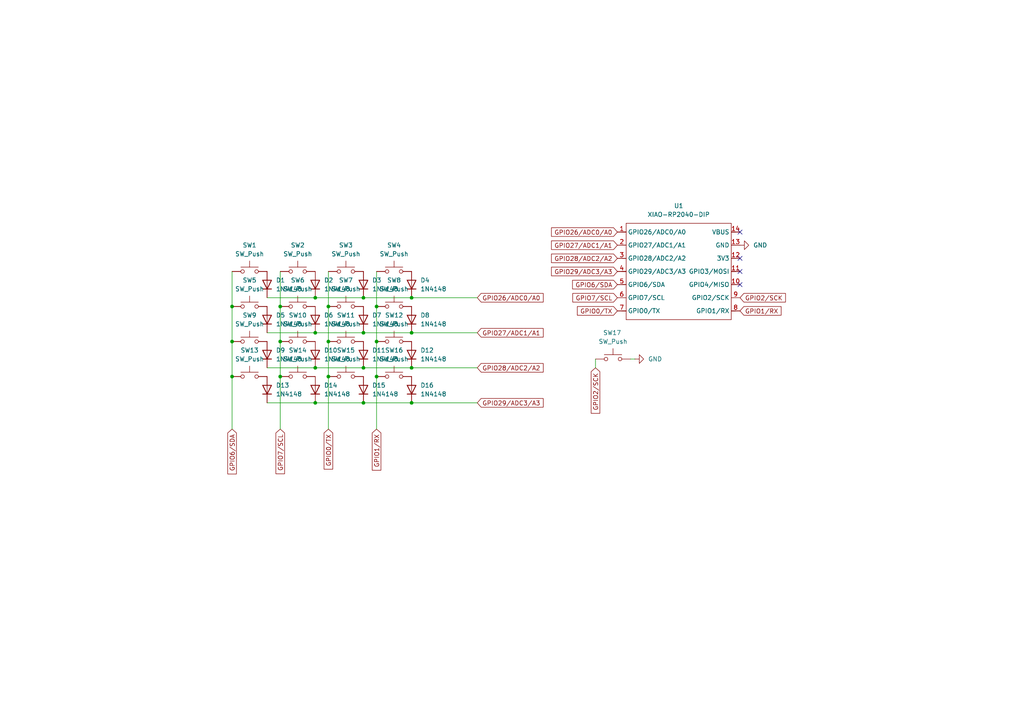
<source format=kicad_sch>
(kicad_sch
	(version 20250114)
	(generator "eeschema")
	(generator_version "9.0")
	(uuid "885f880e-0157-4cab-b166-d835987b3e1c")
	(paper "A4")
	(lib_symbols
		(symbol "Diode:1N4148"
			(pin_numbers
				(hide yes)
			)
			(pin_names
				(hide yes)
			)
			(exclude_from_sim no)
			(in_bom yes)
			(on_board yes)
			(property "Reference" "D"
				(at 0 2.54 0)
				(effects
					(font
						(size 1.27 1.27)
					)
				)
			)
			(property "Value" "1N4148"
				(at 0 -2.54 0)
				(effects
					(font
						(size 1.27 1.27)
					)
				)
			)
			(property "Footprint" "Diode_THT:D_DO-35_SOD27_P7.62mm_Horizontal"
				(at 0 0 0)
				(effects
					(font
						(size 1.27 1.27)
					)
					(hide yes)
				)
			)
			(property "Datasheet" "https://assets.nexperia.com/documents/data-sheet/1N4148_1N4448.pdf"
				(at 0 0 0)
				(effects
					(font
						(size 1.27 1.27)
					)
					(hide yes)
				)
			)
			(property "Description" "100V 0.15A standard switching diode, DO-35"
				(at 0 0 0)
				(effects
					(font
						(size 1.27 1.27)
					)
					(hide yes)
				)
			)
			(property "Sim.Device" "D"
				(at 0 0 0)
				(effects
					(font
						(size 1.27 1.27)
					)
					(hide yes)
				)
			)
			(property "Sim.Pins" "1=K 2=A"
				(at 0 0 0)
				(effects
					(font
						(size 1.27 1.27)
					)
					(hide yes)
				)
			)
			(property "ki_keywords" "diode"
				(at 0 0 0)
				(effects
					(font
						(size 1.27 1.27)
					)
					(hide yes)
				)
			)
			(property "ki_fp_filters" "D*DO?35*"
				(at 0 0 0)
				(effects
					(font
						(size 1.27 1.27)
					)
					(hide yes)
				)
			)
			(symbol "1N4148_0_1"
				(polyline
					(pts
						(xy -1.27 1.27) (xy -1.27 -1.27)
					)
					(stroke
						(width 0.254)
						(type default)
					)
					(fill
						(type none)
					)
				)
				(polyline
					(pts
						(xy 1.27 1.27) (xy 1.27 -1.27) (xy -1.27 0) (xy 1.27 1.27)
					)
					(stroke
						(width 0.254)
						(type default)
					)
					(fill
						(type none)
					)
				)
				(polyline
					(pts
						(xy 1.27 0) (xy -1.27 0)
					)
					(stroke
						(width 0)
						(type default)
					)
					(fill
						(type none)
					)
				)
			)
			(symbol "1N4148_1_1"
				(pin passive line
					(at -3.81 0 0)
					(length 2.54)
					(name "K"
						(effects
							(font
								(size 1.27 1.27)
							)
						)
					)
					(number "1"
						(effects
							(font
								(size 1.27 1.27)
							)
						)
					)
				)
				(pin passive line
					(at 3.81 0 180)
					(length 2.54)
					(name "A"
						(effects
							(font
								(size 1.27 1.27)
							)
						)
					)
					(number "2"
						(effects
							(font
								(size 1.27 1.27)
							)
						)
					)
				)
			)
			(embedded_fonts no)
		)
		(symbol "Seeed_Studio_XIAO_Series:XIAO-RP2040-DIP"
			(exclude_from_sim no)
			(in_bom yes)
			(on_board yes)
			(property "Reference" "U"
				(at 0 0 0)
				(effects
					(font
						(size 1.27 1.27)
					)
				)
			)
			(property "Value" "XIAO-RP2040-DIP"
				(at 5.334 -1.778 0)
				(effects
					(font
						(size 1.27 1.27)
					)
				)
			)
			(property "Footprint" "Module:MOUDLE14P-XIAO-DIP-SMD"
				(at 14.478 -32.258 0)
				(effects
					(font
						(size 1.27 1.27)
					)
					(hide yes)
				)
			)
			(property "Datasheet" ""
				(at 0 0 0)
				(effects
					(font
						(size 1.27 1.27)
					)
					(hide yes)
				)
			)
			(property "Description" ""
				(at 0 0 0)
				(effects
					(font
						(size 1.27 1.27)
					)
					(hide yes)
				)
			)
			(symbol "XIAO-RP2040-DIP_1_0"
				(polyline
					(pts
						(xy -1.27 -2.54) (xy 29.21 -2.54)
					)
					(stroke
						(width 0.1524)
						(type solid)
					)
					(fill
						(type none)
					)
				)
				(polyline
					(pts
						(xy -1.27 -5.08) (xy -2.54 -5.08)
					)
					(stroke
						(width 0.1524)
						(type solid)
					)
					(fill
						(type none)
					)
				)
				(polyline
					(pts
						(xy -1.27 -5.08) (xy -1.27 -2.54)
					)
					(stroke
						(width 0.1524)
						(type solid)
					)
					(fill
						(type none)
					)
				)
				(polyline
					(pts
						(xy -1.27 -8.89) (xy -2.54 -8.89)
					)
					(stroke
						(width 0.1524)
						(type solid)
					)
					(fill
						(type none)
					)
				)
				(polyline
					(pts
						(xy -1.27 -8.89) (xy -1.27 -5.08)
					)
					(stroke
						(width 0.1524)
						(type solid)
					)
					(fill
						(type none)
					)
				)
				(polyline
					(pts
						(xy -1.27 -12.7) (xy -2.54 -12.7)
					)
					(stroke
						(width 0.1524)
						(type solid)
					)
					(fill
						(type none)
					)
				)
				(polyline
					(pts
						(xy -1.27 -12.7) (xy -1.27 -8.89)
					)
					(stroke
						(width 0.1524)
						(type solid)
					)
					(fill
						(type none)
					)
				)
				(polyline
					(pts
						(xy -1.27 -16.51) (xy -2.54 -16.51)
					)
					(stroke
						(width 0.1524)
						(type solid)
					)
					(fill
						(type none)
					)
				)
				(polyline
					(pts
						(xy -1.27 -16.51) (xy -1.27 -12.7)
					)
					(stroke
						(width 0.1524)
						(type solid)
					)
					(fill
						(type none)
					)
				)
				(polyline
					(pts
						(xy -1.27 -20.32) (xy -2.54 -20.32)
					)
					(stroke
						(width 0.1524)
						(type solid)
					)
					(fill
						(type none)
					)
				)
				(polyline
					(pts
						(xy -1.27 -24.13) (xy -2.54 -24.13)
					)
					(stroke
						(width 0.1524)
						(type solid)
					)
					(fill
						(type none)
					)
				)
				(polyline
					(pts
						(xy -1.27 -27.94) (xy -2.54 -27.94)
					)
					(stroke
						(width 0.1524)
						(type solid)
					)
					(fill
						(type none)
					)
				)
				(polyline
					(pts
						(xy -1.27 -30.48) (xy -1.27 -16.51)
					)
					(stroke
						(width 0.1524)
						(type solid)
					)
					(fill
						(type none)
					)
				)
				(polyline
					(pts
						(xy 29.21 -2.54) (xy 29.21 -5.08)
					)
					(stroke
						(width 0.1524)
						(type solid)
					)
					(fill
						(type none)
					)
				)
				(polyline
					(pts
						(xy 29.21 -5.08) (xy 29.21 -8.89)
					)
					(stroke
						(width 0.1524)
						(type solid)
					)
					(fill
						(type none)
					)
				)
				(polyline
					(pts
						(xy 29.21 -8.89) (xy 29.21 -12.7)
					)
					(stroke
						(width 0.1524)
						(type solid)
					)
					(fill
						(type none)
					)
				)
				(polyline
					(pts
						(xy 29.21 -12.7) (xy 29.21 -30.48)
					)
					(stroke
						(width 0.1524)
						(type solid)
					)
					(fill
						(type none)
					)
				)
				(polyline
					(pts
						(xy 29.21 -30.48) (xy -1.27 -30.48)
					)
					(stroke
						(width 0.1524)
						(type solid)
					)
					(fill
						(type none)
					)
				)
				(polyline
					(pts
						(xy 30.48 -5.08) (xy 29.21 -5.08)
					)
					(stroke
						(width 0.1524)
						(type solid)
					)
					(fill
						(type none)
					)
				)
				(polyline
					(pts
						(xy 30.48 -8.89) (xy 29.21 -8.89)
					)
					(stroke
						(width 0.1524)
						(type solid)
					)
					(fill
						(type none)
					)
				)
				(polyline
					(pts
						(xy 30.48 -12.7) (xy 29.21 -12.7)
					)
					(stroke
						(width 0.1524)
						(type solid)
					)
					(fill
						(type none)
					)
				)
				(polyline
					(pts
						(xy 30.48 -16.51) (xy 29.21 -16.51)
					)
					(stroke
						(width 0.1524)
						(type solid)
					)
					(fill
						(type none)
					)
				)
				(polyline
					(pts
						(xy 30.48 -20.32) (xy 29.21 -20.32)
					)
					(stroke
						(width 0.1524)
						(type solid)
					)
					(fill
						(type none)
					)
				)
				(polyline
					(pts
						(xy 30.48 -24.13) (xy 29.21 -24.13)
					)
					(stroke
						(width 0.1524)
						(type solid)
					)
					(fill
						(type none)
					)
				)
				(polyline
					(pts
						(xy 30.48 -27.94) (xy 29.21 -27.94)
					)
					(stroke
						(width 0.1524)
						(type solid)
					)
					(fill
						(type none)
					)
				)
				(pin passive line
					(at -3.81 -5.08 0)
					(length 2.54)
					(name "GPIO26/ADC0/A0"
						(effects
							(font
								(size 1.27 1.27)
							)
						)
					)
					(number "1"
						(effects
							(font
								(size 1.27 1.27)
							)
						)
					)
				)
				(pin passive line
					(at -3.81 -8.89 0)
					(length 2.54)
					(name "GPIO27/ADC1/A1"
						(effects
							(font
								(size 1.27 1.27)
							)
						)
					)
					(number "2"
						(effects
							(font
								(size 1.27 1.27)
							)
						)
					)
				)
				(pin passive line
					(at -3.81 -12.7 0)
					(length 2.54)
					(name "GPIO28/ADC2/A2"
						(effects
							(font
								(size 1.27 1.27)
							)
						)
					)
					(number "3"
						(effects
							(font
								(size 1.27 1.27)
							)
						)
					)
				)
				(pin passive line
					(at -3.81 -16.51 0)
					(length 2.54)
					(name "GPIO29/ADC3/A3"
						(effects
							(font
								(size 1.27 1.27)
							)
						)
					)
					(number "4"
						(effects
							(font
								(size 1.27 1.27)
							)
						)
					)
				)
				(pin passive line
					(at -3.81 -20.32 0)
					(length 2.54)
					(name "GPIO6/SDA"
						(effects
							(font
								(size 1.27 1.27)
							)
						)
					)
					(number "5"
						(effects
							(font
								(size 1.27 1.27)
							)
						)
					)
				)
				(pin passive line
					(at -3.81 -24.13 0)
					(length 2.54)
					(name "GPIO7/SCL"
						(effects
							(font
								(size 1.27 1.27)
							)
						)
					)
					(number "6"
						(effects
							(font
								(size 1.27 1.27)
							)
						)
					)
				)
				(pin passive line
					(at -3.81 -27.94 0)
					(length 2.54)
					(name "GPIO0/TX"
						(effects
							(font
								(size 1.27 1.27)
							)
						)
					)
					(number "7"
						(effects
							(font
								(size 1.27 1.27)
							)
						)
					)
				)
				(pin passive line
					(at 31.75 -5.08 180)
					(length 2.54)
					(name "VBUS"
						(effects
							(font
								(size 1.27 1.27)
							)
						)
					)
					(number "14"
						(effects
							(font
								(size 1.27 1.27)
							)
						)
					)
				)
				(pin passive line
					(at 31.75 -8.89 180)
					(length 2.54)
					(name "GND"
						(effects
							(font
								(size 1.27 1.27)
							)
						)
					)
					(number "13"
						(effects
							(font
								(size 1.27 1.27)
							)
						)
					)
				)
				(pin passive line
					(at 31.75 -12.7 180)
					(length 2.54)
					(name "3V3"
						(effects
							(font
								(size 1.27 1.27)
							)
						)
					)
					(number "12"
						(effects
							(font
								(size 1.27 1.27)
							)
						)
					)
				)
				(pin passive line
					(at 31.75 -16.51 180)
					(length 2.54)
					(name "GPIO3/MOSI"
						(effects
							(font
								(size 1.27 1.27)
							)
						)
					)
					(number "11"
						(effects
							(font
								(size 1.27 1.27)
							)
						)
					)
				)
				(pin passive line
					(at 31.75 -20.32 180)
					(length 2.54)
					(name "GPIO4/MISO"
						(effects
							(font
								(size 1.27 1.27)
							)
						)
					)
					(number "10"
						(effects
							(font
								(size 1.27 1.27)
							)
						)
					)
				)
				(pin passive line
					(at 31.75 -24.13 180)
					(length 2.54)
					(name "GPIO2/SCK"
						(effects
							(font
								(size 1.27 1.27)
							)
						)
					)
					(number "9"
						(effects
							(font
								(size 1.27 1.27)
							)
						)
					)
				)
				(pin passive line
					(at 31.75 -27.94 180)
					(length 2.54)
					(name "GPIO1/RX"
						(effects
							(font
								(size 1.27 1.27)
							)
						)
					)
					(number "8"
						(effects
							(font
								(size 1.27 1.27)
							)
						)
					)
				)
			)
			(embedded_fonts no)
		)
		(symbol "Switch:SW_Push"
			(pin_numbers
				(hide yes)
			)
			(pin_names
				(offset 1.016)
				(hide yes)
			)
			(exclude_from_sim no)
			(in_bom yes)
			(on_board yes)
			(property "Reference" "SW"
				(at 1.27 2.54 0)
				(effects
					(font
						(size 1.27 1.27)
					)
					(justify left)
				)
			)
			(property "Value" "SW_Push"
				(at 0 -1.524 0)
				(effects
					(font
						(size 1.27 1.27)
					)
				)
			)
			(property "Footprint" ""
				(at 0 5.08 0)
				(effects
					(font
						(size 1.27 1.27)
					)
					(hide yes)
				)
			)
			(property "Datasheet" "~"
				(at 0 5.08 0)
				(effects
					(font
						(size 1.27 1.27)
					)
					(hide yes)
				)
			)
			(property "Description" "Push button switch, generic, two pins"
				(at 0 0 0)
				(effects
					(font
						(size 1.27 1.27)
					)
					(hide yes)
				)
			)
			(property "ki_keywords" "switch normally-open pushbutton push-button"
				(at 0 0 0)
				(effects
					(font
						(size 1.27 1.27)
					)
					(hide yes)
				)
			)
			(symbol "SW_Push_0_1"
				(circle
					(center -2.032 0)
					(radius 0.508)
					(stroke
						(width 0)
						(type default)
					)
					(fill
						(type none)
					)
				)
				(polyline
					(pts
						(xy 0 1.27) (xy 0 3.048)
					)
					(stroke
						(width 0)
						(type default)
					)
					(fill
						(type none)
					)
				)
				(circle
					(center 2.032 0)
					(radius 0.508)
					(stroke
						(width 0)
						(type default)
					)
					(fill
						(type none)
					)
				)
				(polyline
					(pts
						(xy 2.54 1.27) (xy -2.54 1.27)
					)
					(stroke
						(width 0)
						(type default)
					)
					(fill
						(type none)
					)
				)
				(pin passive line
					(at -5.08 0 0)
					(length 2.54)
					(name "1"
						(effects
							(font
								(size 1.27 1.27)
							)
						)
					)
					(number "1"
						(effects
							(font
								(size 1.27 1.27)
							)
						)
					)
				)
				(pin passive line
					(at 5.08 0 180)
					(length 2.54)
					(name "2"
						(effects
							(font
								(size 1.27 1.27)
							)
						)
					)
					(number "2"
						(effects
							(font
								(size 1.27 1.27)
							)
						)
					)
				)
			)
			(embedded_fonts no)
		)
		(symbol "power:GND"
			(power)
			(pin_numbers
				(hide yes)
			)
			(pin_names
				(offset 0)
				(hide yes)
			)
			(exclude_from_sim no)
			(in_bom yes)
			(on_board yes)
			(property "Reference" "#PWR"
				(at 0 -6.35 0)
				(effects
					(font
						(size 1.27 1.27)
					)
					(hide yes)
				)
			)
			(property "Value" "GND"
				(at 0 -3.81 0)
				(effects
					(font
						(size 1.27 1.27)
					)
				)
			)
			(property "Footprint" ""
				(at 0 0 0)
				(effects
					(font
						(size 1.27 1.27)
					)
					(hide yes)
				)
			)
			(property "Datasheet" ""
				(at 0 0 0)
				(effects
					(font
						(size 1.27 1.27)
					)
					(hide yes)
				)
			)
			(property "Description" "Power symbol creates a global label with name \"GND\" , ground"
				(at 0 0 0)
				(effects
					(font
						(size 1.27 1.27)
					)
					(hide yes)
				)
			)
			(property "ki_keywords" "global power"
				(at 0 0 0)
				(effects
					(font
						(size 1.27 1.27)
					)
					(hide yes)
				)
			)
			(symbol "GND_0_1"
				(polyline
					(pts
						(xy 0 0) (xy 0 -1.27) (xy 1.27 -1.27) (xy 0 -2.54) (xy -1.27 -1.27) (xy 0 -1.27)
					)
					(stroke
						(width 0)
						(type default)
					)
					(fill
						(type none)
					)
				)
			)
			(symbol "GND_1_1"
				(pin power_in line
					(at 0 0 270)
					(length 0)
					(name "~"
						(effects
							(font
								(size 1.27 1.27)
							)
						)
					)
					(number "1"
						(effects
							(font
								(size 1.27 1.27)
							)
						)
					)
				)
			)
			(embedded_fonts no)
		)
	)
	(junction
		(at 119.38 106.68)
		(diameter 0)
		(color 0 0 0 0)
		(uuid "07261426-e844-4fd1-af9c-7619691ce584")
	)
	(junction
		(at 81.28 88.9)
		(diameter 0)
		(color 0 0 0 0)
		(uuid "0ec6931d-3f33-4cc7-849f-cfa27842fed5")
	)
	(junction
		(at 105.41 116.84)
		(diameter 0)
		(color 0 0 0 0)
		(uuid "14aeeaf1-c750-48cd-a985-5dd9cebbd700")
	)
	(junction
		(at 105.41 106.68)
		(diameter 0)
		(color 0 0 0 0)
		(uuid "46f22ee7-7101-4b5d-abc5-e24eef2aaff3")
	)
	(junction
		(at 105.41 86.36)
		(diameter 0)
		(color 0 0 0 0)
		(uuid "52dfef84-65cc-49b8-9d4d-25ae56139276")
	)
	(junction
		(at 81.28 99.06)
		(diameter 0)
		(color 0 0 0 0)
		(uuid "68deebb1-eab1-42f3-81b0-5994da477bd0")
	)
	(junction
		(at 119.38 96.52)
		(diameter 0)
		(color 0 0 0 0)
		(uuid "6d16d977-1685-4067-b350-6e5af87a623a")
	)
	(junction
		(at 81.28 109.22)
		(diameter 0)
		(color 0 0 0 0)
		(uuid "72ac343b-b53b-40cf-af3e-f6f576952942")
	)
	(junction
		(at 95.25 99.06)
		(diameter 0)
		(color 0 0 0 0)
		(uuid "74517ccd-9409-4e35-8016-0522fbd4cf32")
	)
	(junction
		(at 91.44 106.68)
		(diameter 0)
		(color 0 0 0 0)
		(uuid "78681f5f-8960-46ee-802f-f1dc3d121800")
	)
	(junction
		(at 95.25 109.22)
		(diameter 0)
		(color 0 0 0 0)
		(uuid "7f445824-4e1d-4cc6-a9e6-d48a89f61f49")
	)
	(junction
		(at 95.25 88.9)
		(diameter 0)
		(color 0 0 0 0)
		(uuid "8daa0a10-9d83-473b-adde-d9ed8cf99873")
	)
	(junction
		(at 91.44 86.36)
		(diameter 0)
		(color 0 0 0 0)
		(uuid "96d4007d-d001-4463-a780-b44dcc8844e6")
	)
	(junction
		(at 119.38 86.36)
		(diameter 0)
		(color 0 0 0 0)
		(uuid "9e5a16f4-194e-4657-9270-d35198aa36db")
	)
	(junction
		(at 105.41 96.52)
		(diameter 0)
		(color 0 0 0 0)
		(uuid "b734123c-1b38-468d-91b3-ec2f6318e09c")
	)
	(junction
		(at 91.44 96.52)
		(diameter 0)
		(color 0 0 0 0)
		(uuid "bae77579-eba9-408d-b1a7-30d9d5c53527")
	)
	(junction
		(at 91.44 116.84)
		(diameter 0)
		(color 0 0 0 0)
		(uuid "c195f51c-e412-45f1-a2a2-260ea1b18c96")
	)
	(junction
		(at 119.38 116.84)
		(diameter 0)
		(color 0 0 0 0)
		(uuid "cdf62622-a316-466d-acbd-9a2090e3b7b0")
	)
	(junction
		(at 67.31 88.9)
		(diameter 0)
		(color 0 0 0 0)
		(uuid "ce37dda5-bfe9-4c1d-b8aa-692f2670c553")
	)
	(junction
		(at 67.31 109.22)
		(diameter 0)
		(color 0 0 0 0)
		(uuid "d70bb056-5d12-4122-9453-d1b707cedc75")
	)
	(junction
		(at 67.31 99.06)
		(diameter 0)
		(color 0 0 0 0)
		(uuid "de83fee8-0db9-4267-bbac-1db0453a9fd6")
	)
	(junction
		(at 109.22 109.22)
		(diameter 0)
		(color 0 0 0 0)
		(uuid "e0293ab9-c6db-457b-8d32-3060ea766543")
	)
	(junction
		(at 109.22 88.9)
		(diameter 0)
		(color 0 0 0 0)
		(uuid "e2d9a003-719a-4872-9444-b992fabfedc3")
	)
	(junction
		(at 109.22 99.06)
		(diameter 0)
		(color 0 0 0 0)
		(uuid "fbff9955-3713-409b-86b3-b8df780edab6")
	)
	(no_connect
		(at 214.63 78.74)
		(uuid "4f38425c-e160-4908-8333-8e2bd039c21c")
	)
	(no_connect
		(at 214.63 82.55)
		(uuid "6b56d09b-30c7-437a-8aa6-375f0de5c927")
	)
	(no_connect
		(at 214.63 67.31)
		(uuid "85492efc-f691-47e0-a311-c4f24d5708c2")
	)
	(no_connect
		(at 214.63 74.93)
		(uuid "a9254826-fe0c-4fde-a52d-eda65e2aafb0")
	)
	(wire
		(pts
			(xy 81.28 88.9) (xy 81.28 99.06)
		)
		(stroke
			(width 0)
			(type default)
		)
		(uuid "0364ba50-f7a6-4282-824d-31b477381dc7")
	)
	(wire
		(pts
			(xy 91.44 106.68) (xy 105.41 106.68)
		)
		(stroke
			(width 0)
			(type default)
		)
		(uuid "04cc3e05-0703-4df4-b062-c01f4479729f")
	)
	(wire
		(pts
			(xy 109.22 99.06) (xy 109.22 109.22)
		)
		(stroke
			(width 0)
			(type default)
		)
		(uuid "1ca4303c-7afe-4173-8c54-f8c2ca5b896d")
	)
	(wire
		(pts
			(xy 105.41 116.84) (xy 119.38 116.84)
		)
		(stroke
			(width 0)
			(type default)
		)
		(uuid "2e28b0bb-a24d-425d-9921-20e5d9c20ae6")
	)
	(wire
		(pts
			(xy 91.44 116.84) (xy 105.41 116.84)
		)
		(stroke
			(width 0)
			(type default)
		)
		(uuid "442f9753-13db-4fb8-b712-4a1f1b479968")
	)
	(wire
		(pts
			(xy 109.22 88.9) (xy 109.22 99.06)
		)
		(stroke
			(width 0)
			(type default)
		)
		(uuid "4b76caf3-3957-4f8a-8c34-09f69297f812")
	)
	(wire
		(pts
			(xy 77.47 106.68) (xy 91.44 106.68)
		)
		(stroke
			(width 0)
			(type default)
		)
		(uuid "4e54dc07-b05f-4d1a-93b9-e13dddec5632")
	)
	(wire
		(pts
			(xy 105.41 96.52) (xy 119.38 96.52)
		)
		(stroke
			(width 0)
			(type default)
		)
		(uuid "54ac666a-0883-4efe-94e1-a54cd61a2422")
	)
	(wire
		(pts
			(xy 81.28 109.22) (xy 81.28 124.46)
		)
		(stroke
			(width 0)
			(type default)
		)
		(uuid "55513ebd-020e-4a2d-bd9e-741333b36f31")
	)
	(wire
		(pts
			(xy 109.22 109.22) (xy 109.22 124.46)
		)
		(stroke
			(width 0)
			(type default)
		)
		(uuid "55aa8fb3-8e78-45dd-aa30-e90174e11133")
	)
	(wire
		(pts
			(xy 95.25 88.9) (xy 95.25 99.06)
		)
		(stroke
			(width 0)
			(type default)
		)
		(uuid "5742dcd1-f608-40f4-aacd-7b1607528d13")
	)
	(wire
		(pts
			(xy 77.47 86.36) (xy 91.44 86.36)
		)
		(stroke
			(width 0)
			(type default)
		)
		(uuid "5f86d0d2-11c5-4fb9-9c2b-d7dafab909fc")
	)
	(wire
		(pts
			(xy 81.28 78.74) (xy 81.28 88.9)
		)
		(stroke
			(width 0)
			(type default)
		)
		(uuid "620451c2-6b47-4e1a-bc85-9e28e0e30e53")
	)
	(wire
		(pts
			(xy 67.31 78.74) (xy 67.31 88.9)
		)
		(stroke
			(width 0)
			(type default)
		)
		(uuid "62cd1993-c199-471b-8309-96aae529e83f")
	)
	(wire
		(pts
			(xy 184.15 104.14) (xy 182.88 104.14)
		)
		(stroke
			(width 0)
			(type default)
		)
		(uuid "67970e29-b018-44a8-9e55-e02179811a98")
	)
	(wire
		(pts
			(xy 172.72 104.14) (xy 172.72 106.68)
		)
		(stroke
			(width 0)
			(type default)
		)
		(uuid "7c6df30b-7dee-40b6-ba4b-2208f0f405e4")
	)
	(wire
		(pts
			(xy 77.47 96.52) (xy 91.44 96.52)
		)
		(stroke
			(width 0)
			(type default)
		)
		(uuid "7e067ab8-c46b-461f-bb35-ad1d07fc3cd8")
	)
	(wire
		(pts
			(xy 119.38 96.52) (xy 138.43 96.52)
		)
		(stroke
			(width 0)
			(type default)
		)
		(uuid "81d902e7-465c-4e73-a298-b8fe91dee529")
	)
	(wire
		(pts
			(xy 91.44 96.52) (xy 105.41 96.52)
		)
		(stroke
			(width 0)
			(type default)
		)
		(uuid "82e24e83-2632-4197-b75f-63ebd631e594")
	)
	(wire
		(pts
			(xy 119.38 86.36) (xy 138.43 86.36)
		)
		(stroke
			(width 0)
			(type default)
		)
		(uuid "8691bc65-3b7a-475a-9888-b11f645ebf10")
	)
	(wire
		(pts
			(xy 95.25 109.22) (xy 95.25 124.46)
		)
		(stroke
			(width 0)
			(type default)
		)
		(uuid "8ae7e2fd-cf3e-4ff7-a3c8-06a31406a943")
	)
	(wire
		(pts
			(xy 67.31 99.06) (xy 67.31 109.22)
		)
		(stroke
			(width 0)
			(type default)
		)
		(uuid "981d23ee-9231-4acb-8cfb-6ce4379efd3e")
	)
	(wire
		(pts
			(xy 81.28 99.06) (xy 81.28 109.22)
		)
		(stroke
			(width 0)
			(type default)
		)
		(uuid "a9478760-a3c4-474d-bf86-c6bfa20dcc32")
	)
	(wire
		(pts
			(xy 109.22 78.74) (xy 109.22 88.9)
		)
		(stroke
			(width 0)
			(type default)
		)
		(uuid "afb277a2-0441-4d6f-8637-32a7d8e697ad")
	)
	(wire
		(pts
			(xy 105.41 86.36) (xy 119.38 86.36)
		)
		(stroke
			(width 0)
			(type default)
		)
		(uuid "b1eff15e-a935-420c-a5cd-aa73797a1d75")
	)
	(wire
		(pts
			(xy 119.38 106.68) (xy 138.43 106.68)
		)
		(stroke
			(width 0)
			(type default)
		)
		(uuid "b2aede58-6aab-4e78-89bf-827cd27a3c00")
	)
	(wire
		(pts
			(xy 95.25 78.74) (xy 95.25 88.9)
		)
		(stroke
			(width 0)
			(type default)
		)
		(uuid "b6c1b7c5-e40f-49b3-8995-bc853bd5959e")
	)
	(wire
		(pts
			(xy 77.47 116.84) (xy 91.44 116.84)
		)
		(stroke
			(width 0)
			(type default)
		)
		(uuid "baa5d69b-047b-48ee-9033-ee3b9aae7894")
	)
	(wire
		(pts
			(xy 105.41 106.68) (xy 119.38 106.68)
		)
		(stroke
			(width 0)
			(type default)
		)
		(uuid "bbab44f2-1f3c-4454-8b48-d9f5a57e1bd2")
	)
	(wire
		(pts
			(xy 67.31 88.9) (xy 67.31 99.06)
		)
		(stroke
			(width 0)
			(type default)
		)
		(uuid "cc213943-1349-4ed9-a739-69c5a3eb7178")
	)
	(wire
		(pts
			(xy 119.38 116.84) (xy 138.43 116.84)
		)
		(stroke
			(width 0)
			(type default)
		)
		(uuid "d2af6ed9-b876-4e2e-8a71-d7fec211e763")
	)
	(wire
		(pts
			(xy 91.44 86.36) (xy 105.41 86.36)
		)
		(stroke
			(width 0)
			(type default)
		)
		(uuid "d35b092f-d4cb-4b99-8e3c-ba6685336f74")
	)
	(wire
		(pts
			(xy 67.31 109.22) (xy 67.31 124.46)
		)
		(stroke
			(width 0)
			(type default)
		)
		(uuid "d47856fc-4165-43e8-a5cd-3a20722dcf4b")
	)
	(wire
		(pts
			(xy 95.25 99.06) (xy 95.25 109.22)
		)
		(stroke
			(width 0)
			(type default)
		)
		(uuid "ec201687-9319-4c97-b9e1-16c24fc7e165")
	)
	(global_label "GPIO6/SDA"
		(shape input)
		(at 179.07 82.55 180)
		(effects
			(font
				(size 1.27 1.27)
			)
			(justify right)
		)
		(uuid "092499d4-e083-40cc-b1bc-46bb870106f4")
		(property "Intersheetrefs" "${INTERSHEET_REFS}"
			(at 179.07 82.55 0)
			(effects
				(font
					(size 1.27 1.27)
				)
				(hide yes)
			)
		)
	)
	(global_label "GPIO1/RX"
		(shape input)
		(at 109.22 124.46 270)
		(effects
			(font
				(size 1.27 1.27)
			)
			(justify right)
		)
		(uuid "1d3f1251-f67e-4639-bd07-15bd5342b217")
		(property "Intersheetrefs" "${INTERSHEET_REFS}"
			(at 109.22 124.46 90)
			(effects
				(font
					(size 1.27 1.27)
				)
				(hide yes)
			)
		)
	)
	(global_label "GPIO28/ADC2/A2"
		(shape input)
		(at 179.07 74.93 180)
		(effects
			(font
				(size 1.27 1.27)
			)
			(justify right)
		)
		(uuid "3b37523e-376a-4f9d-adfb-16f0e951cd2e")
		(property "Intersheetrefs" "${INTERSHEET_REFS}"
			(at 179.07 74.93 0)
			(effects
				(font
					(size 1.27 1.27)
				)
				(hide yes)
			)
		)
	)
	(global_label "GPIO27/ADC1/A1"
		(shape input)
		(at 138.43 96.52 0)
		(effects
			(font
				(size 1.27 1.27)
			)
			(justify left)
		)
		(uuid "55bd330b-d2db-4b03-81fa-ca5a34229c20")
		(property "Intersheetrefs" "${INTERSHEET_REFS}"
			(at 138.43 96.52 0)
			(effects
				(font
					(size 1.27 1.27)
				)
				(hide yes)
			)
		)
	)
	(global_label "GPIO27/ADC1/A1"
		(shape input)
		(at 179.07 71.12 180)
		(effects
			(font
				(size 1.27 1.27)
			)
			(justify right)
		)
		(uuid "5710ae66-e498-4835-993c-82966b5ac9ea")
		(property "Intersheetrefs" "${INTERSHEET_REFS}"
			(at 179.07 71.12 0)
			(effects
				(font
					(size 1.27 1.27)
				)
				(hide yes)
			)
		)
	)
	(global_label "GPIO0/TX"
		(shape input)
		(at 179.07 90.17 180)
		(effects
			(font
				(size 1.27 1.27)
			)
			(justify right)
		)
		(uuid "66229ef2-a6cc-4cb4-8021-975659865833")
		(property "Intersheetrefs" "${INTERSHEET_REFS}"
			(at 179.07 90.17 0)
			(effects
				(font
					(size 1.27 1.27)
				)
				(hide yes)
			)
		)
	)
	(global_label "GPIO2/SCK"
		(shape input)
		(at 214.63 86.36 0)
		(effects
			(font
				(size 1.27 1.27)
			)
			(justify left)
		)
		(uuid "87762e5e-13bb-45aa-8466-f66660f77185")
		(property "Intersheetrefs" "${INTERSHEET_REFS}"
			(at 214.63 86.36 0)
			(effects
				(font
					(size 1.27 1.27)
				)
				(hide yes)
			)
		)
	)
	(global_label "GPIO28/ADC2/A2"
		(shape input)
		(at 138.43 106.68 0)
		(effects
			(font
				(size 1.27 1.27)
			)
			(justify left)
		)
		(uuid "a9f051fd-86d2-469a-87e6-e8e65cce43f0")
		(property "Intersheetrefs" "${INTERSHEET_REFS}"
			(at 138.43 106.68 0)
			(effects
				(font
					(size 1.27 1.27)
				)
				(hide yes)
			)
		)
	)
	(global_label "GPIO26/ADC0/A0"
		(shape input)
		(at 138.43 86.36 0)
		(effects
			(font
				(size 1.27 1.27)
			)
			(justify left)
		)
		(uuid "b22f03cf-82c2-4321-8855-088ae7ff5c57")
		(property "Intersheetrefs" "${INTERSHEET_REFS}"
			(at 138.43 86.36 0)
			(effects
				(font
					(size 1.27 1.27)
				)
				(hide yes)
			)
		)
	)
	(global_label "GPIO7/SCL"
		(shape input)
		(at 179.07 86.36 180)
		(effects
			(font
				(size 1.27 1.27)
			)
			(justify right)
		)
		(uuid "b82b33b8-35e1-43d3-867f-a0904ca65dfe")
		(property "Intersheetrefs" "${INTERSHEET_REFS}"
			(at 179.07 86.36 0)
			(effects
				(font
					(size 1.27 1.27)
				)
				(hide yes)
			)
		)
	)
	(global_label "GPIO6/SDA"
		(shape input)
		(at 67.31 124.46 270)
		(effects
			(font
				(size 1.27 1.27)
			)
			(justify right)
		)
		(uuid "c8de77c5-d99d-47ac-aeac-e8c30bbbf7bb")
		(property "Intersheetrefs" "${INTERSHEET_REFS}"
			(at 67.31 124.46 90)
			(effects
				(font
					(size 1.27 1.27)
				)
				(hide yes)
			)
		)
	)
	(global_label "GPIO2/SCK"
		(shape input)
		(at 172.72 106.68 270)
		(effects
			(font
				(size 1.27 1.27)
			)
			(justify right)
		)
		(uuid "cf2c555f-2be0-4c28-8524-fad2ef02823f")
		(property "Intersheetrefs" "${INTERSHEET_REFS}"
			(at 172.72 106.68 90)
			(effects
				(font
					(size 1.27 1.27)
				)
				(hide yes)
			)
		)
	)
	(global_label "GPIO26/ADC0/A0"
		(shape input)
		(at 179.07 67.31 180)
		(effects
			(font
				(size 1.27 1.27)
			)
			(justify right)
		)
		(uuid "d5b3d4e5-101c-4daf-bfb9-39bb117e2caf")
		(property "Intersheetrefs" "${INTERSHEET_REFS}"
			(at 179.07 67.31 0)
			(effects
				(font
					(size 1.27 1.27)
				)
				(hide yes)
			)
		)
	)
	(global_label "GPIO29/ADC3/A3"
		(shape input)
		(at 138.43 116.84 0)
		(effects
			(font
				(size 1.27 1.27)
			)
			(justify left)
		)
		(uuid "d7530442-77f9-4848-862d-b46993c7982b")
		(property "Intersheetrefs" "${INTERSHEET_REFS}"
			(at 138.43 116.84 0)
			(effects
				(font
					(size 1.27 1.27)
				)
				(hide yes)
			)
		)
	)
	(global_label "GPIO0/TX"
		(shape input)
		(at 95.25 124.46 270)
		(effects
			(font
				(size 1.27 1.27)
			)
			(justify right)
		)
		(uuid "d990bef9-a555-4dc7-96ac-35005d1277f5")
		(property "Intersheetrefs" "${INTERSHEET_REFS}"
			(at 95.25 124.46 90)
			(effects
				(font
					(size 1.27 1.27)
				)
				(hide yes)
			)
		)
	)
	(global_label "GPIO7/SCL"
		(shape input)
		(at 81.28 124.46 270)
		(effects
			(font
				(size 1.27 1.27)
			)
			(justify right)
		)
		(uuid "dfa8c73a-c23d-47af-8dea-4ce7f11800bf")
		(property "Intersheetrefs" "${INTERSHEET_REFS}"
			(at 81.28 124.46 90)
			(effects
				(font
					(size 1.27 1.27)
				)
				(hide yes)
			)
		)
	)
	(global_label "GPIO29/ADC3/A3"
		(shape input)
		(at 179.07 78.74 180)
		(effects
			(font
				(size 1.27 1.27)
			)
			(justify right)
		)
		(uuid "e9d93223-ed11-4eca-a578-2e86f11359cf")
		(property "Intersheetrefs" "${INTERSHEET_REFS}"
			(at 179.07 78.74 0)
			(effects
				(font
					(size 1.27 1.27)
				)
				(hide yes)
			)
		)
	)
	(global_label "GPIO1/RX"
		(shape input)
		(at 214.63 90.17 0)
		(effects
			(font
				(size 1.27 1.27)
			)
			(justify left)
		)
		(uuid "ea12fa64-b45f-45a6-b263-d7bb398ae487")
		(property "Intersheetrefs" "${INTERSHEET_REFS}"
			(at 214.63 90.17 0)
			(effects
				(font
					(size 1.27 1.27)
				)
				(hide yes)
			)
		)
	)
	(symbol
		(lib_id "Diode:1N4148")
		(at 119.38 92.71 90)
		(unit 1)
		(exclude_from_sim no)
		(in_bom yes)
		(on_board yes)
		(dnp no)
		(fields_autoplaced yes)
		(uuid "0217bb9d-e816-4fd6-9e32-0f670062cd02")
		(property "Reference" "D8"
			(at 121.92 91.4399 90)
			(effects
				(font
					(size 1.27 1.27)
				)
				(justify right)
			)
		)
		(property "Value" "1N4148"
			(at 121.92 93.9799 90)
			(effects
				(font
					(size 1.27 1.27)
				)
				(justify right)
			)
		)
		(property "Footprint" "Diode_THT:D_DO-35_SOD27_P7.62mm_Horizontal"
			(at 119.38 92.71 0)
			(effects
				(font
					(size 1.27 1.27)
				)
				(hide yes)
			)
		)
		(property "Datasheet" "https://assets.nexperia.com/documents/data-sheet/1N4148_1N4448.pdf"
			(at 119.38 92.71 0)
			(effects
				(font
					(size 1.27 1.27)
				)
				(hide yes)
			)
		)
		(property "Description" "100V 0.15A standard switching diode, DO-35"
			(at 119.38 92.71 0)
			(effects
				(font
					(size 1.27 1.27)
				)
				(hide yes)
			)
		)
		(property "Sim.Device" "D"
			(at 119.38 92.71 0)
			(effects
				(font
					(size 1.27 1.27)
				)
				(hide yes)
			)
		)
		(property "Sim.Pins" "1=K 2=A"
			(at 119.38 92.71 0)
			(effects
				(font
					(size 1.27 1.27)
				)
				(hide yes)
			)
		)
		(pin "1"
			(uuid "d818a399-60f5-4d21-b5f4-6780f021e1be")
		)
		(pin "2"
			(uuid "b6910b54-58df-486b-9ad6-94d9002fe8a7")
		)
		(instances
			(project "NumPad"
				(path "/885f880e-0157-4cab-b166-d835987b3e1c"
					(reference "D8")
					(unit 1)
				)
			)
		)
	)
	(symbol
		(lib_id "Switch:SW_Push")
		(at 72.39 88.9 0)
		(unit 1)
		(exclude_from_sim no)
		(in_bom yes)
		(on_board yes)
		(dnp no)
		(fields_autoplaced yes)
		(uuid "077f62d9-e958-4db1-b7ad-63cb8c06b2fe")
		(property "Reference" "SW5"
			(at 72.39 81.28 0)
			(effects
				(font
					(size 1.27 1.27)
				)
			)
		)
		(property "Value" "SW_Push"
			(at 72.39 83.82 0)
			(effects
				(font
					(size 1.27 1.27)
				)
			)
		)
		(property "Footprint" "Library:SW_Cherry_MX_1.00u_PCB WITH 3D"
			(at 72.39 83.82 0)
			(effects
				(font
					(size 1.27 1.27)
				)
				(hide yes)
			)
		)
		(property "Datasheet" "~"
			(at 72.39 83.82 0)
			(effects
				(font
					(size 1.27 1.27)
				)
				(hide yes)
			)
		)
		(property "Description" "Push button switch, generic, two pins"
			(at 72.39 88.9 0)
			(effects
				(font
					(size 1.27 1.27)
				)
				(hide yes)
			)
		)
		(pin "1"
			(uuid "e482b788-c913-4365-8ad0-271e84dcbdcf")
		)
		(pin "2"
			(uuid "9956927a-1cf4-4321-8400-b20a1bac548a")
		)
		(instances
			(project "NumPad"
				(path "/885f880e-0157-4cab-b166-d835987b3e1c"
					(reference "SW5")
					(unit 1)
				)
			)
		)
	)
	(symbol
		(lib_id "Diode:1N4148")
		(at 91.44 92.71 90)
		(unit 1)
		(exclude_from_sim no)
		(in_bom yes)
		(on_board yes)
		(dnp no)
		(fields_autoplaced yes)
		(uuid "0a2f9d45-2f58-4f15-b9bf-2586090aaf29")
		(property "Reference" "D6"
			(at 93.98 91.4399 90)
			(effects
				(font
					(size 1.27 1.27)
				)
				(justify right)
			)
		)
		(property "Value" "1N4148"
			(at 93.98 93.9799 90)
			(effects
				(font
					(size 1.27 1.27)
				)
				(justify right)
			)
		)
		(property "Footprint" "Diode_THT:D_DO-35_SOD27_P7.62mm_Horizontal"
			(at 91.44 92.71 0)
			(effects
				(font
					(size 1.27 1.27)
				)
				(hide yes)
			)
		)
		(property "Datasheet" "https://assets.nexperia.com/documents/data-sheet/1N4148_1N4448.pdf"
			(at 91.44 92.71 0)
			(effects
				(font
					(size 1.27 1.27)
				)
				(hide yes)
			)
		)
		(property "Description" "100V 0.15A standard switching diode, DO-35"
			(at 91.44 92.71 0)
			(effects
				(font
					(size 1.27 1.27)
				)
				(hide yes)
			)
		)
		(property "Sim.Device" "D"
			(at 91.44 92.71 0)
			(effects
				(font
					(size 1.27 1.27)
				)
				(hide yes)
			)
		)
		(property "Sim.Pins" "1=K 2=A"
			(at 91.44 92.71 0)
			(effects
				(font
					(size 1.27 1.27)
				)
				(hide yes)
			)
		)
		(pin "1"
			(uuid "a7cce910-c440-4e4b-a161-320150382ec8")
		)
		(pin "2"
			(uuid "16255287-5b8c-4dca-b725-2d2b7d57d183")
		)
		(instances
			(project "NumPad"
				(path "/885f880e-0157-4cab-b166-d835987b3e1c"
					(reference "D6")
					(unit 1)
				)
			)
		)
	)
	(symbol
		(lib_id "Diode:1N4148")
		(at 91.44 113.03 90)
		(unit 1)
		(exclude_from_sim no)
		(in_bom yes)
		(on_board yes)
		(dnp no)
		(fields_autoplaced yes)
		(uuid "11fa7523-7782-4d26-a4b6-d2ef58c29d02")
		(property "Reference" "D14"
			(at 93.98 111.7599 90)
			(effects
				(font
					(size 1.27 1.27)
				)
				(justify right)
			)
		)
		(property "Value" "1N4148"
			(at 93.98 114.2999 90)
			(effects
				(font
					(size 1.27 1.27)
				)
				(justify right)
			)
		)
		(property "Footprint" "Diode_THT:D_DO-35_SOD27_P7.62mm_Horizontal"
			(at 91.44 113.03 0)
			(effects
				(font
					(size 1.27 1.27)
				)
				(hide yes)
			)
		)
		(property "Datasheet" "https://assets.nexperia.com/documents/data-sheet/1N4148_1N4448.pdf"
			(at 91.44 113.03 0)
			(effects
				(font
					(size 1.27 1.27)
				)
				(hide yes)
			)
		)
		(property "Description" "100V 0.15A standard switching diode, DO-35"
			(at 91.44 113.03 0)
			(effects
				(font
					(size 1.27 1.27)
				)
				(hide yes)
			)
		)
		(property "Sim.Device" "D"
			(at 91.44 113.03 0)
			(effects
				(font
					(size 1.27 1.27)
				)
				(hide yes)
			)
		)
		(property "Sim.Pins" "1=K 2=A"
			(at 91.44 113.03 0)
			(effects
				(font
					(size 1.27 1.27)
				)
				(hide yes)
			)
		)
		(pin "1"
			(uuid "c2003ea4-87e8-440d-af7d-b7fceace8272")
		)
		(pin "2"
			(uuid "e3a89427-f15b-47ca-bb47-ac4900983952")
		)
		(instances
			(project "NumPad"
				(path "/885f880e-0157-4cab-b166-d835987b3e1c"
					(reference "D14")
					(unit 1)
				)
			)
		)
	)
	(symbol
		(lib_id "Diode:1N4148")
		(at 77.47 82.55 90)
		(unit 1)
		(exclude_from_sim no)
		(in_bom yes)
		(on_board yes)
		(dnp no)
		(fields_autoplaced yes)
		(uuid "21c88009-d1b8-4ad5-9e5f-61832bcb7a52")
		(property "Reference" "D1"
			(at 80.01 81.2799 90)
			(effects
				(font
					(size 1.27 1.27)
				)
				(justify right)
			)
		)
		(property "Value" "1N4148"
			(at 80.01 83.8199 90)
			(effects
				(font
					(size 1.27 1.27)
				)
				(justify right)
			)
		)
		(property "Footprint" "Diode_THT:D_DO-35_SOD27_P7.62mm_Horizontal"
			(at 77.47 82.55 0)
			(effects
				(font
					(size 1.27 1.27)
				)
				(hide yes)
			)
		)
		(property "Datasheet" "https://assets.nexperia.com/documents/data-sheet/1N4148_1N4448.pdf"
			(at 77.47 82.55 0)
			(effects
				(font
					(size 1.27 1.27)
				)
				(hide yes)
			)
		)
		(property "Description" "100V 0.15A standard switching diode, DO-35"
			(at 77.47 82.55 0)
			(effects
				(font
					(size 1.27 1.27)
				)
				(hide yes)
			)
		)
		(property "Sim.Device" "D"
			(at 77.47 82.55 0)
			(effects
				(font
					(size 1.27 1.27)
				)
				(hide yes)
			)
		)
		(property "Sim.Pins" "1=K 2=A"
			(at 77.47 82.55 0)
			(effects
				(font
					(size 1.27 1.27)
				)
				(hide yes)
			)
		)
		(pin "1"
			(uuid "a83863fc-ef5d-499a-8488-7014d3c892fc")
		)
		(pin "2"
			(uuid "0b1575bc-9158-44fe-a4a4-30f0307d3112")
		)
		(instances
			(project ""
				(path "/885f880e-0157-4cab-b166-d835987b3e1c"
					(reference "D1")
					(unit 1)
				)
			)
		)
	)
	(symbol
		(lib_id "Diode:1N4148")
		(at 119.38 82.55 90)
		(unit 1)
		(exclude_from_sim no)
		(in_bom yes)
		(on_board yes)
		(dnp no)
		(fields_autoplaced yes)
		(uuid "32b7a953-13b5-40f9-91d9-ffd3d416dc98")
		(property "Reference" "D4"
			(at 121.92 81.2799 90)
			(effects
				(font
					(size 1.27 1.27)
				)
				(justify right)
			)
		)
		(property "Value" "1N4148"
			(at 121.92 83.8199 90)
			(effects
				(font
					(size 1.27 1.27)
				)
				(justify right)
			)
		)
		(property "Footprint" "Diode_THT:D_DO-35_SOD27_P7.62mm_Horizontal"
			(at 119.38 82.55 0)
			(effects
				(font
					(size 1.27 1.27)
				)
				(hide yes)
			)
		)
		(property "Datasheet" "https://assets.nexperia.com/documents/data-sheet/1N4148_1N4448.pdf"
			(at 119.38 82.55 0)
			(effects
				(font
					(size 1.27 1.27)
				)
				(hide yes)
			)
		)
		(property "Description" "100V 0.15A standard switching diode, DO-35"
			(at 119.38 82.55 0)
			(effects
				(font
					(size 1.27 1.27)
				)
				(hide yes)
			)
		)
		(property "Sim.Device" "D"
			(at 119.38 82.55 0)
			(effects
				(font
					(size 1.27 1.27)
				)
				(hide yes)
			)
		)
		(property "Sim.Pins" "1=K 2=A"
			(at 119.38 82.55 0)
			(effects
				(font
					(size 1.27 1.27)
				)
				(hide yes)
			)
		)
		(pin "1"
			(uuid "15b505a9-a85b-443f-a40e-9a9a1de03d55")
		)
		(pin "2"
			(uuid "ffdd9f3d-4776-418b-8b3e-ad20f362649e")
		)
		(instances
			(project "NumPad"
				(path "/885f880e-0157-4cab-b166-d835987b3e1c"
					(reference "D4")
					(unit 1)
				)
			)
		)
	)
	(symbol
		(lib_id "Switch:SW_Push")
		(at 177.8 104.14 0)
		(unit 1)
		(exclude_from_sim no)
		(in_bom yes)
		(on_board yes)
		(dnp no)
		(uuid "332e783c-c8cd-4a56-9c04-369fc11c6c6d")
		(property "Reference" "SW17"
			(at 177.546 96.52 0)
			(effects
				(font
					(size 1.27 1.27)
				)
			)
		)
		(property "Value" "SW_Push"
			(at 177.8 99.06 0)
			(effects
				(font
					(size 1.27 1.27)
				)
			)
		)
		(property "Footprint" "Library:SW_Cherry_MX_1.00u_PCB WITH 3D"
			(at 177.8 99.06 0)
			(effects
				(font
					(size 1.27 1.27)
				)
				(hide yes)
			)
		)
		(property "Datasheet" "~"
			(at 177.8 99.06 0)
			(effects
				(font
					(size 1.27 1.27)
				)
				(hide yes)
			)
		)
		(property "Description" "Push button switch, generic, two pins"
			(at 177.8 104.14 0)
			(effects
				(font
					(size 1.27 1.27)
				)
				(hide yes)
			)
		)
		(pin "1"
			(uuid "8cad8895-6595-4e95-be1f-93f34ab4bcc3")
		)
		(pin "2"
			(uuid "10b09fe9-7d6e-42ef-abbd-6a7c0a8fd34d")
		)
		(instances
			(project "NumPad"
				(path "/885f880e-0157-4cab-b166-d835987b3e1c"
					(reference "SW17")
					(unit 1)
				)
			)
		)
	)
	(symbol
		(lib_id "Diode:1N4148")
		(at 105.41 102.87 90)
		(unit 1)
		(exclude_from_sim no)
		(in_bom yes)
		(on_board yes)
		(dnp no)
		(fields_autoplaced yes)
		(uuid "37debed8-d45a-4255-be4c-6e0960884df6")
		(property "Reference" "D11"
			(at 107.95 101.5999 90)
			(effects
				(font
					(size 1.27 1.27)
				)
				(justify right)
			)
		)
		(property "Value" "1N4148"
			(at 107.95 104.1399 90)
			(effects
				(font
					(size 1.27 1.27)
				)
				(justify right)
			)
		)
		(property "Footprint" "Diode_THT:D_DO-35_SOD27_P7.62mm_Horizontal"
			(at 105.41 102.87 0)
			(effects
				(font
					(size 1.27 1.27)
				)
				(hide yes)
			)
		)
		(property "Datasheet" "https://assets.nexperia.com/documents/data-sheet/1N4148_1N4448.pdf"
			(at 105.41 102.87 0)
			(effects
				(font
					(size 1.27 1.27)
				)
				(hide yes)
			)
		)
		(property "Description" "100V 0.15A standard switching diode, DO-35"
			(at 105.41 102.87 0)
			(effects
				(font
					(size 1.27 1.27)
				)
				(hide yes)
			)
		)
		(property "Sim.Device" "D"
			(at 105.41 102.87 0)
			(effects
				(font
					(size 1.27 1.27)
				)
				(hide yes)
			)
		)
		(property "Sim.Pins" "1=K 2=A"
			(at 105.41 102.87 0)
			(effects
				(font
					(size 1.27 1.27)
				)
				(hide yes)
			)
		)
		(pin "1"
			(uuid "ce9cb814-7a02-49da-bdcb-8d9f380bedad")
		)
		(pin "2"
			(uuid "36260647-74c1-4c09-8c27-b0e2ed69fcf8")
		)
		(instances
			(project "NumPad"
				(path "/885f880e-0157-4cab-b166-d835987b3e1c"
					(reference "D11")
					(unit 1)
				)
			)
		)
	)
	(symbol
		(lib_id "Switch:SW_Push")
		(at 114.3 88.9 0)
		(unit 1)
		(exclude_from_sim no)
		(in_bom yes)
		(on_board yes)
		(dnp no)
		(fields_autoplaced yes)
		(uuid "43c97d54-ebc3-4a9c-b0d1-0bd66604a08c")
		(property "Reference" "SW8"
			(at 114.3 81.28 0)
			(effects
				(font
					(size 1.27 1.27)
				)
			)
		)
		(property "Value" "SW_Push"
			(at 114.3 83.82 0)
			(effects
				(font
					(size 1.27 1.27)
				)
			)
		)
		(property "Footprint" "Button_Switch_Keyboard:SW_Cherry_MX_2.00u_PCB"
			(at 114.3 83.82 0)
			(effects
				(font
					(size 1.27 1.27)
				)
				(hide yes)
			)
		)
		(property "Datasheet" "~"
			(at 114.3 83.82 0)
			(effects
				(font
					(size 1.27 1.27)
				)
				(hide yes)
			)
		)
		(property "Description" "Push button switch, generic, two pins"
			(at 114.3 88.9 0)
			(effects
				(font
					(size 1.27 1.27)
				)
				(hide yes)
			)
		)
		(pin "1"
			(uuid "e1eb8004-02f5-4850-9831-98f31537ede1")
		)
		(pin "2"
			(uuid "789facff-1134-441b-be15-a94a1991d687")
		)
		(instances
			(project "NumPad"
				(path "/885f880e-0157-4cab-b166-d835987b3e1c"
					(reference "SW8")
					(unit 1)
				)
			)
		)
	)
	(symbol
		(lib_id "Switch:SW_Push")
		(at 114.3 99.06 0)
		(unit 1)
		(exclude_from_sim no)
		(in_bom yes)
		(on_board yes)
		(dnp no)
		(fields_autoplaced yes)
		(uuid "456ce2bf-6a50-4e13-a01b-cac5b7dc119a")
		(property "Reference" "SW12"
			(at 114.3 91.44 0)
			(effects
				(font
					(size 1.27 1.27)
				)
			)
		)
		(property "Value" "SW_Push"
			(at 114.3 93.98 0)
			(effects
				(font
					(size 1.27 1.27)
				)
			)
		)
		(property "Footprint" "Library:SW_Cherry_MX_1.00u_PCB WITH 3D"
			(at 114.3 93.98 0)
			(effects
				(font
					(size 1.27 1.27)
				)
				(hide yes)
			)
		)
		(property "Datasheet" "~"
			(at 114.3 93.98 0)
			(effects
				(font
					(size 1.27 1.27)
				)
				(hide yes)
			)
		)
		(property "Description" "Push button switch, generic, two pins"
			(at 114.3 99.06 0)
			(effects
				(font
					(size 1.27 1.27)
				)
				(hide yes)
			)
		)
		(pin "1"
			(uuid "d5258c27-5756-43b5-ae21-60fd4fb0d174")
		)
		(pin "2"
			(uuid "95627dc8-8cbb-4ad6-930a-484a0b262f7f")
		)
		(instances
			(project "NumPad"
				(path "/885f880e-0157-4cab-b166-d835987b3e1c"
					(reference "SW12")
					(unit 1)
				)
			)
		)
	)
	(symbol
		(lib_id "Diode:1N4148")
		(at 91.44 82.55 90)
		(unit 1)
		(exclude_from_sim no)
		(in_bom yes)
		(on_board yes)
		(dnp no)
		(fields_autoplaced yes)
		(uuid "484397b2-f675-4040-b111-3e42b2dd20e3")
		(property "Reference" "D2"
			(at 93.98 81.2799 90)
			(effects
				(font
					(size 1.27 1.27)
				)
				(justify right)
			)
		)
		(property "Value" "1N4148"
			(at 93.98 83.8199 90)
			(effects
				(font
					(size 1.27 1.27)
				)
				(justify right)
			)
		)
		(property "Footprint" "Diode_THT:D_DO-35_SOD27_P7.62mm_Horizontal"
			(at 91.44 82.55 0)
			(effects
				(font
					(size 1.27 1.27)
				)
				(hide yes)
			)
		)
		(property "Datasheet" "https://assets.nexperia.com/documents/data-sheet/1N4148_1N4448.pdf"
			(at 91.44 82.55 0)
			(effects
				(font
					(size 1.27 1.27)
				)
				(hide yes)
			)
		)
		(property "Description" "100V 0.15A standard switching diode, DO-35"
			(at 91.44 82.55 0)
			(effects
				(font
					(size 1.27 1.27)
				)
				(hide yes)
			)
		)
		(property "Sim.Device" "D"
			(at 91.44 82.55 0)
			(effects
				(font
					(size 1.27 1.27)
				)
				(hide yes)
			)
		)
		(property "Sim.Pins" "1=K 2=A"
			(at 91.44 82.55 0)
			(effects
				(font
					(size 1.27 1.27)
				)
				(hide yes)
			)
		)
		(pin "1"
			(uuid "6f129a0a-a8ca-45dd-8005-a8a184d886b3")
		)
		(pin "2"
			(uuid "5d093af6-4cfb-4043-9c41-0525ce48414e")
		)
		(instances
			(project "NumPad"
				(path "/885f880e-0157-4cab-b166-d835987b3e1c"
					(reference "D2")
					(unit 1)
				)
			)
		)
	)
	(symbol
		(lib_id "Diode:1N4148")
		(at 105.41 82.55 90)
		(unit 1)
		(exclude_from_sim no)
		(in_bom yes)
		(on_board yes)
		(dnp no)
		(fields_autoplaced yes)
		(uuid "5089dce3-0dc0-436d-9d2e-91260e93867f")
		(property "Reference" "D3"
			(at 107.95 81.2799 90)
			(effects
				(font
					(size 1.27 1.27)
				)
				(justify right)
			)
		)
		(property "Value" "1N4148"
			(at 107.95 83.8199 90)
			(effects
				(font
					(size 1.27 1.27)
				)
				(justify right)
			)
		)
		(property "Footprint" "Diode_THT:D_DO-35_SOD27_P7.62mm_Horizontal"
			(at 105.41 82.55 0)
			(effects
				(font
					(size 1.27 1.27)
				)
				(hide yes)
			)
		)
		(property "Datasheet" "https://assets.nexperia.com/documents/data-sheet/1N4148_1N4448.pdf"
			(at 105.41 82.55 0)
			(effects
				(font
					(size 1.27 1.27)
				)
				(hide yes)
			)
		)
		(property "Description" "100V 0.15A standard switching diode, DO-35"
			(at 105.41 82.55 0)
			(effects
				(font
					(size 1.27 1.27)
				)
				(hide yes)
			)
		)
		(property "Sim.Device" "D"
			(at 105.41 82.55 0)
			(effects
				(font
					(size 1.27 1.27)
				)
				(hide yes)
			)
		)
		(property "Sim.Pins" "1=K 2=A"
			(at 105.41 82.55 0)
			(effects
				(font
					(size 1.27 1.27)
				)
				(hide yes)
			)
		)
		(pin "1"
			(uuid "27efeffc-ab48-499f-b7be-434bbadfc40f")
		)
		(pin "2"
			(uuid "7bf663b8-d7d6-4c9f-84db-ec325449ebd6")
		)
		(instances
			(project "NumPad"
				(path "/885f880e-0157-4cab-b166-d835987b3e1c"
					(reference "D3")
					(unit 1)
				)
			)
		)
	)
	(symbol
		(lib_id "Diode:1N4148")
		(at 77.47 113.03 90)
		(unit 1)
		(exclude_from_sim no)
		(in_bom yes)
		(on_board yes)
		(dnp no)
		(fields_autoplaced yes)
		(uuid "63ff18c1-69b1-4d2f-ac9b-ddbcb3847f44")
		(property "Reference" "D13"
			(at 80.01 111.7599 90)
			(effects
				(font
					(size 1.27 1.27)
				)
				(justify right)
			)
		)
		(property "Value" "1N4148"
			(at 80.01 114.2999 90)
			(effects
				(font
					(size 1.27 1.27)
				)
				(justify right)
			)
		)
		(property "Footprint" "Diode_THT:D_DO-35_SOD27_P7.62mm_Horizontal"
			(at 77.47 113.03 0)
			(effects
				(font
					(size 1.27 1.27)
				)
				(hide yes)
			)
		)
		(property "Datasheet" "https://assets.nexperia.com/documents/data-sheet/1N4148_1N4448.pdf"
			(at 77.47 113.03 0)
			(effects
				(font
					(size 1.27 1.27)
				)
				(hide yes)
			)
		)
		(property "Description" "100V 0.15A standard switching diode, DO-35"
			(at 77.47 113.03 0)
			(effects
				(font
					(size 1.27 1.27)
				)
				(hide yes)
			)
		)
		(property "Sim.Device" "D"
			(at 77.47 113.03 0)
			(effects
				(font
					(size 1.27 1.27)
				)
				(hide yes)
			)
		)
		(property "Sim.Pins" "1=K 2=A"
			(at 77.47 113.03 0)
			(effects
				(font
					(size 1.27 1.27)
				)
				(hide yes)
			)
		)
		(pin "1"
			(uuid "5eaec883-4690-452d-8503-c15d04d6f516")
		)
		(pin "2"
			(uuid "b29ff551-7720-4059-88c5-29a0d03ca12b")
		)
		(instances
			(project "NumPad"
				(path "/885f880e-0157-4cab-b166-d835987b3e1c"
					(reference "D13")
					(unit 1)
				)
			)
		)
	)
	(symbol
		(lib_id "Switch:SW_Push")
		(at 100.33 109.22 0)
		(unit 1)
		(exclude_from_sim no)
		(in_bom yes)
		(on_board yes)
		(dnp no)
		(fields_autoplaced yes)
		(uuid "6dd19e97-0f0f-4531-854a-33a3a37ae8ea")
		(property "Reference" "SW15"
			(at 100.33 101.6 0)
			(effects
				(font
					(size 1.27 1.27)
				)
			)
		)
		(property "Value" "SW_Push"
			(at 100.33 104.14 0)
			(effects
				(font
					(size 1.27 1.27)
				)
			)
		)
		(property "Footprint" "Button_Switch_Keyboard:SW_Cherry_MX_2.00u_PCB"
			(at 100.33 104.14 0)
			(effects
				(font
					(size 1.27 1.27)
				)
				(hide yes)
			)
		)
		(property "Datasheet" "~"
			(at 100.33 104.14 0)
			(effects
				(font
					(size 1.27 1.27)
				)
				(hide yes)
			)
		)
		(property "Description" "Push button switch, generic, two pins"
			(at 100.33 109.22 0)
			(effects
				(font
					(size 1.27 1.27)
				)
				(hide yes)
			)
		)
		(pin "1"
			(uuid "0f8ef36b-99ed-467a-8d8b-4aa0258caa60")
		)
		(pin "2"
			(uuid "cfee8b00-73c4-4a81-96cd-5c7889461583")
		)
		(instances
			(project "NumPad"
				(path "/885f880e-0157-4cab-b166-d835987b3e1c"
					(reference "SW15")
					(unit 1)
				)
			)
		)
	)
	(symbol
		(lib_id "Switch:SW_Push")
		(at 72.39 78.74 0)
		(unit 1)
		(exclude_from_sim no)
		(in_bom yes)
		(on_board yes)
		(dnp no)
		(fields_autoplaced yes)
		(uuid "7c244d80-e355-49f8-a1ff-cd9debc4b13a")
		(property "Reference" "SW1"
			(at 72.39 71.12 0)
			(effects
				(font
					(size 1.27 1.27)
				)
			)
		)
		(property "Value" "SW_Push"
			(at 72.39 73.66 0)
			(effects
				(font
					(size 1.27 1.27)
				)
			)
		)
		(property "Footprint" "Library:SW_Cherry_MX_1.00u_PCB WITH 3D"
			(at 72.39 73.66 0)
			(effects
				(font
					(size 1.27 1.27)
				)
				(hide yes)
			)
		)
		(property "Datasheet" "~"
			(at 72.39 73.66 0)
			(effects
				(font
					(size 1.27 1.27)
				)
				(hide yes)
			)
		)
		(property "Description" "Push button switch, generic, two pins"
			(at 72.39 78.74 0)
			(effects
				(font
					(size 1.27 1.27)
				)
				(hide yes)
			)
		)
		(pin "1"
			(uuid "a3804e20-4d05-4f14-9ff9-32c36617a207")
		)
		(pin "2"
			(uuid "415b5116-0580-455c-a798-c7fcf23cf9da")
		)
		(instances
			(project ""
				(path "/885f880e-0157-4cab-b166-d835987b3e1c"
					(reference "SW1")
					(unit 1)
				)
			)
		)
	)
	(symbol
		(lib_id "Switch:SW_Push")
		(at 86.36 99.06 0)
		(unit 1)
		(exclude_from_sim no)
		(in_bom yes)
		(on_board yes)
		(dnp no)
		(fields_autoplaced yes)
		(uuid "8f6ebb50-fa61-4e0f-a749-75e815913163")
		(property "Reference" "SW10"
			(at 86.36 91.44 0)
			(effects
				(font
					(size 1.27 1.27)
				)
			)
		)
		(property "Value" "SW_Push"
			(at 86.36 93.98 0)
			(effects
				(font
					(size 1.27 1.27)
				)
			)
		)
		(property "Footprint" "Library:SW_Cherry_MX_1.00u_PCB WITH 3D"
			(at 86.36 93.98 0)
			(effects
				(font
					(size 1.27 1.27)
				)
				(hide yes)
			)
		)
		(property "Datasheet" "~"
			(at 86.36 93.98 0)
			(effects
				(font
					(size 1.27 1.27)
				)
				(hide yes)
			)
		)
		(property "Description" "Push button switch, generic, two pins"
			(at 86.36 99.06 0)
			(effects
				(font
					(size 1.27 1.27)
				)
				(hide yes)
			)
		)
		(pin "1"
			(uuid "9a39fff4-8e7c-4759-98bb-4bdf692df0a6")
		)
		(pin "2"
			(uuid "8a687036-cb35-45df-b142-edaebb0a5fc3")
		)
		(instances
			(project "NumPad"
				(path "/885f880e-0157-4cab-b166-d835987b3e1c"
					(reference "SW10")
					(unit 1)
				)
			)
		)
	)
	(symbol
		(lib_id "Diode:1N4148")
		(at 105.41 113.03 90)
		(unit 1)
		(exclude_from_sim no)
		(in_bom yes)
		(on_board yes)
		(dnp no)
		(fields_autoplaced yes)
		(uuid "942dad7b-b643-4b28-a203-bee8166af6d8")
		(property "Reference" "D15"
			(at 107.95 111.7599 90)
			(effects
				(font
					(size 1.27 1.27)
				)
				(justify right)
			)
		)
		(property "Value" "1N4148"
			(at 107.95 114.2999 90)
			(effects
				(font
					(size 1.27 1.27)
				)
				(justify right)
			)
		)
		(property "Footprint" "Diode_THT:D_DO-35_SOD27_P7.62mm_Horizontal"
			(at 105.41 113.03 0)
			(effects
				(font
					(size 1.27 1.27)
				)
				(hide yes)
			)
		)
		(property "Datasheet" "https://assets.nexperia.com/documents/data-sheet/1N4148_1N4448.pdf"
			(at 105.41 113.03 0)
			(effects
				(font
					(size 1.27 1.27)
				)
				(hide yes)
			)
		)
		(property "Description" "100V 0.15A standard switching diode, DO-35"
			(at 105.41 113.03 0)
			(effects
				(font
					(size 1.27 1.27)
				)
				(hide yes)
			)
		)
		(property "Sim.Device" "D"
			(at 105.41 113.03 0)
			(effects
				(font
					(size 1.27 1.27)
				)
				(hide yes)
			)
		)
		(property "Sim.Pins" "1=K 2=A"
			(at 105.41 113.03 0)
			(effects
				(font
					(size 1.27 1.27)
				)
				(hide yes)
			)
		)
		(pin "1"
			(uuid "990c1b45-b822-4c8d-9128-7cf699ccce99")
		)
		(pin "2"
			(uuid "a29ec32f-ba05-4528-9577-275adac47543")
		)
		(instances
			(project "NumPad"
				(path "/885f880e-0157-4cab-b166-d835987b3e1c"
					(reference "D15")
					(unit 1)
				)
			)
		)
	)
	(symbol
		(lib_id "Switch:SW_Push")
		(at 86.36 78.74 0)
		(unit 1)
		(exclude_from_sim no)
		(in_bom yes)
		(on_board yes)
		(dnp no)
		(fields_autoplaced yes)
		(uuid "97c40085-540d-45c9-8e1f-c2dcb0cdac17")
		(property "Reference" "SW2"
			(at 86.36 71.12 0)
			(effects
				(font
					(size 1.27 1.27)
				)
			)
		)
		(property "Value" "SW_Push"
			(at 86.36 73.66 0)
			(effects
				(font
					(size 1.27 1.27)
				)
			)
		)
		(property "Footprint" "Library:SW_Cherry_MX_1.00u_PCB WITH 3D"
			(at 86.36 73.66 0)
			(effects
				(font
					(size 1.27 1.27)
				)
				(hide yes)
			)
		)
		(property "Datasheet" "~"
			(at 86.36 73.66 0)
			(effects
				(font
					(size 1.27 1.27)
				)
				(hide yes)
			)
		)
		(property "Description" "Push button switch, generic, two pins"
			(at 86.36 78.74 0)
			(effects
				(font
					(size 1.27 1.27)
				)
				(hide yes)
			)
		)
		(pin "1"
			(uuid "3db4bc26-5f92-4f45-8c79-4b2a3be5ae70")
		)
		(pin "2"
			(uuid "66a6ebc7-93a5-415e-abd5-6775ec115b74")
		)
		(instances
			(project "NumPad"
				(path "/885f880e-0157-4cab-b166-d835987b3e1c"
					(reference "SW2")
					(unit 1)
				)
			)
		)
	)
	(symbol
		(lib_id "Diode:1N4148")
		(at 91.44 102.87 90)
		(unit 1)
		(exclude_from_sim no)
		(in_bom yes)
		(on_board yes)
		(dnp no)
		(fields_autoplaced yes)
		(uuid "991cee03-8ab5-46d9-99b3-898e35fe3dd6")
		(property "Reference" "D10"
			(at 93.98 101.5999 90)
			(effects
				(font
					(size 1.27 1.27)
				)
				(justify right)
			)
		)
		(property "Value" "1N4148"
			(at 93.98 104.1399 90)
			(effects
				(font
					(size 1.27 1.27)
				)
				(justify right)
			)
		)
		(property "Footprint" "Diode_THT:D_DO-35_SOD27_P7.62mm_Horizontal"
			(at 91.44 102.87 0)
			(effects
				(font
					(size 1.27 1.27)
				)
				(hide yes)
			)
		)
		(property "Datasheet" "https://assets.nexperia.com/documents/data-sheet/1N4148_1N4448.pdf"
			(at 91.44 102.87 0)
			(effects
				(font
					(size 1.27 1.27)
				)
				(hide yes)
			)
		)
		(property "Description" "100V 0.15A standard switching diode, DO-35"
			(at 91.44 102.87 0)
			(effects
				(font
					(size 1.27 1.27)
				)
				(hide yes)
			)
		)
		(property "Sim.Device" "D"
			(at 91.44 102.87 0)
			(effects
				(font
					(size 1.27 1.27)
				)
				(hide yes)
			)
		)
		(property "Sim.Pins" "1=K 2=A"
			(at 91.44 102.87 0)
			(effects
				(font
					(size 1.27 1.27)
				)
				(hide yes)
			)
		)
		(pin "1"
			(uuid "808f2d7f-6132-472f-a252-079b9a8cb31a")
		)
		(pin "2"
			(uuid "b118b2f3-6c34-4db7-a644-3d914e6113cf")
		)
		(instances
			(project "NumPad"
				(path "/885f880e-0157-4cab-b166-d835987b3e1c"
					(reference "D10")
					(unit 1)
				)
			)
		)
	)
	(symbol
		(lib_id "Switch:SW_Push")
		(at 100.33 88.9 0)
		(unit 1)
		(exclude_from_sim no)
		(in_bom yes)
		(on_board yes)
		(dnp no)
		(fields_autoplaced yes)
		(uuid "9f9255be-5d5b-4500-aec8-30a7975e56af")
		(property "Reference" "SW7"
			(at 100.33 81.28 0)
			(effects
				(font
					(size 1.27 1.27)
				)
			)
		)
		(property "Value" "SW_Push"
			(at 100.33 83.82 0)
			(effects
				(font
					(size 1.27 1.27)
				)
			)
		)
		(property "Footprint" "Library:SW_Cherry_MX_1.00u_PCB WITH 3D"
			(at 100.33 83.82 0)
			(effects
				(font
					(size 1.27 1.27)
				)
				(hide yes)
			)
		)
		(property "Datasheet" "~"
			(at 100.33 83.82 0)
			(effects
				(font
					(size 1.27 1.27)
				)
				(hide yes)
			)
		)
		(property "Description" "Push button switch, generic, two pins"
			(at 100.33 88.9 0)
			(effects
				(font
					(size 1.27 1.27)
				)
				(hide yes)
			)
		)
		(pin "1"
			(uuid "6571ff62-5cc2-4e4b-8200-bb020e79a196")
		)
		(pin "2"
			(uuid "edf53750-f730-4b10-a790-ff18fab4b449")
		)
		(instances
			(project "NumPad"
				(path "/885f880e-0157-4cab-b166-d835987b3e1c"
					(reference "SW7")
					(unit 1)
				)
			)
		)
	)
	(symbol
		(lib_id "Switch:SW_Push")
		(at 72.39 99.06 0)
		(unit 1)
		(exclude_from_sim no)
		(in_bom yes)
		(on_board yes)
		(dnp no)
		(fields_autoplaced yes)
		(uuid "a0184ebb-5b39-4fa5-ba16-ec797df37b0e")
		(property "Reference" "SW9"
			(at 72.39 91.44 0)
			(effects
				(font
					(size 1.27 1.27)
				)
			)
		)
		(property "Value" "SW_Push"
			(at 72.39 93.98 0)
			(effects
				(font
					(size 1.27 1.27)
				)
			)
		)
		(property "Footprint" "Library:SW_Cherry_MX_1.00u_PCB WITH 3D"
			(at 72.39 93.98 0)
			(effects
				(font
					(size 1.27 1.27)
				)
				(hide yes)
			)
		)
		(property "Datasheet" "~"
			(at 72.39 93.98 0)
			(effects
				(font
					(size 1.27 1.27)
				)
				(hide yes)
			)
		)
		(property "Description" "Push button switch, generic, two pins"
			(at 72.39 99.06 0)
			(effects
				(font
					(size 1.27 1.27)
				)
				(hide yes)
			)
		)
		(pin "1"
			(uuid "b8d6083d-b3c6-47df-89ee-dafe0d211d2a")
		)
		(pin "2"
			(uuid "0c9c447f-a54f-4bcf-9a68-8381ef5fe6a3")
		)
		(instances
			(project "NumPad"
				(path "/885f880e-0157-4cab-b166-d835987b3e1c"
					(reference "SW9")
					(unit 1)
				)
			)
		)
	)
	(symbol
		(lib_id "Diode:1N4148")
		(at 77.47 92.71 90)
		(unit 1)
		(exclude_from_sim no)
		(in_bom yes)
		(on_board yes)
		(dnp no)
		(fields_autoplaced yes)
		(uuid "a350895e-8493-4f51-a7f7-3500fef6a592")
		(property "Reference" "D5"
			(at 80.01 91.4399 90)
			(effects
				(font
					(size 1.27 1.27)
				)
				(justify right)
			)
		)
		(property "Value" "1N4148"
			(at 80.01 93.9799 90)
			(effects
				(font
					(size 1.27 1.27)
				)
				(justify right)
			)
		)
		(property "Footprint" "Diode_THT:D_DO-35_SOD27_P7.62mm_Horizontal"
			(at 77.47 92.71 0)
			(effects
				(font
					(size 1.27 1.27)
				)
				(hide yes)
			)
		)
		(property "Datasheet" "https://assets.nexperia.com/documents/data-sheet/1N4148_1N4448.pdf"
			(at 77.47 92.71 0)
			(effects
				(font
					(size 1.27 1.27)
				)
				(hide yes)
			)
		)
		(property "Description" "100V 0.15A standard switching diode, DO-35"
			(at 77.47 92.71 0)
			(effects
				(font
					(size 1.27 1.27)
				)
				(hide yes)
			)
		)
		(property "Sim.Device" "D"
			(at 77.47 92.71 0)
			(effects
				(font
					(size 1.27 1.27)
				)
				(hide yes)
			)
		)
		(property "Sim.Pins" "1=K 2=A"
			(at 77.47 92.71 0)
			(effects
				(font
					(size 1.27 1.27)
				)
				(hide yes)
			)
		)
		(pin "1"
			(uuid "f54b6417-1fcf-41d9-8185-802fca45e933")
		)
		(pin "2"
			(uuid "ee374d9f-7fc5-4b36-902a-e807a8f9d99c")
		)
		(instances
			(project "NumPad"
				(path "/885f880e-0157-4cab-b166-d835987b3e1c"
					(reference "D5")
					(unit 1)
				)
			)
		)
	)
	(symbol
		(lib_id "Diode:1N4148")
		(at 119.38 102.87 90)
		(unit 1)
		(exclude_from_sim no)
		(in_bom yes)
		(on_board yes)
		(dnp no)
		(fields_autoplaced yes)
		(uuid "aa521887-207c-418b-87a4-e56e02dc8673")
		(property "Reference" "D12"
			(at 121.92 101.5999 90)
			(effects
				(font
					(size 1.27 1.27)
				)
				(justify right)
			)
		)
		(property "Value" "1N4148"
			(at 121.92 104.1399 90)
			(effects
				(font
					(size 1.27 1.27)
				)
				(justify right)
			)
		)
		(property "Footprint" "Diode_THT:D_DO-35_SOD27_P7.62mm_Horizontal"
			(at 119.38 102.87 0)
			(effects
				(font
					(size 1.27 1.27)
				)
				(hide yes)
			)
		)
		(property "Datasheet" "https://assets.nexperia.com/documents/data-sheet/1N4148_1N4448.pdf"
			(at 119.38 102.87 0)
			(effects
				(font
					(size 1.27 1.27)
				)
				(hide yes)
			)
		)
		(property "Description" "100V 0.15A standard switching diode, DO-35"
			(at 119.38 102.87 0)
			(effects
				(font
					(size 1.27 1.27)
				)
				(hide yes)
			)
		)
		(property "Sim.Device" "D"
			(at 119.38 102.87 0)
			(effects
				(font
					(size 1.27 1.27)
				)
				(hide yes)
			)
		)
		(property "Sim.Pins" "1=K 2=A"
			(at 119.38 102.87 0)
			(effects
				(font
					(size 1.27 1.27)
				)
				(hide yes)
			)
		)
		(pin "1"
			(uuid "1997847b-918b-4eab-adf0-fc65d63f02bd")
		)
		(pin "2"
			(uuid "a11d9b02-b065-410a-9ac6-72ab7d20bcf6")
		)
		(instances
			(project "NumPad"
				(path "/885f880e-0157-4cab-b166-d835987b3e1c"
					(reference "D12")
					(unit 1)
				)
			)
		)
	)
	(symbol
		(lib_id "Switch:SW_Push")
		(at 114.3 109.22 0)
		(unit 1)
		(exclude_from_sim no)
		(in_bom yes)
		(on_board yes)
		(dnp no)
		(fields_autoplaced yes)
		(uuid "bae54b3f-58f8-462b-9d18-f5ea0ef4868f")
		(property "Reference" "SW16"
			(at 114.3 101.6 0)
			(effects
				(font
					(size 1.27 1.27)
				)
			)
		)
		(property "Value" "SW_Push"
			(at 114.3 104.14 0)
			(effects
				(font
					(size 1.27 1.27)
				)
			)
		)
		(property "Footprint" "Button_Switch_Keyboard:SW_Cherry_MX_2.00u_PCB"
			(at 114.3 104.14 0)
			(effects
				(font
					(size 1.27 1.27)
				)
				(hide yes)
			)
		)
		(property "Datasheet" "~"
			(at 114.3 104.14 0)
			(effects
				(font
					(size 1.27 1.27)
				)
				(hide yes)
			)
		)
		(property "Description" "Push button switch, generic, two pins"
			(at 114.3 109.22 0)
			(effects
				(font
					(size 1.27 1.27)
				)
				(hide yes)
			)
		)
		(pin "1"
			(uuid "6ed50850-6291-4d6e-a669-1ccb792c2c49")
		)
		(pin "2"
			(uuid "bb17f012-49ac-4c1c-be9b-15876bdad5df")
		)
		(instances
			(project "NumPad"
				(path "/885f880e-0157-4cab-b166-d835987b3e1c"
					(reference "SW16")
					(unit 1)
				)
			)
		)
	)
	(symbol
		(lib_id "Switch:SW_Push")
		(at 86.36 109.22 0)
		(unit 1)
		(exclude_from_sim no)
		(in_bom yes)
		(on_board yes)
		(dnp no)
		(fields_autoplaced yes)
		(uuid "bcb46204-7324-464a-8c52-1444762de5af")
		(property "Reference" "SW14"
			(at 86.36 101.6 0)
			(effects
				(font
					(size 1.27 1.27)
				)
			)
		)
		(property "Value" "SW_Push"
			(at 86.36 104.14 0)
			(effects
				(font
					(size 1.27 1.27)
				)
			)
		)
		(property "Footprint" "Library:SW_Cherry_MX_1.00u_PCB WITH 3D"
			(at 86.36 104.14 0)
			(effects
				(font
					(size 1.27 1.27)
				)
				(hide yes)
			)
		)
		(property "Datasheet" "~"
			(at 86.36 104.14 0)
			(effects
				(font
					(size 1.27 1.27)
				)
				(hide yes)
			)
		)
		(property "Description" "Push button switch, generic, two pins"
			(at 86.36 109.22 0)
			(effects
				(font
					(size 1.27 1.27)
				)
				(hide yes)
			)
		)
		(pin "1"
			(uuid "6ffba689-e604-412c-9bef-485216fae081")
		)
		(pin "2"
			(uuid "328b4fd5-0313-4b61-aca7-b9a682826412")
		)
		(instances
			(project "NumPad"
				(path "/885f880e-0157-4cab-b166-d835987b3e1c"
					(reference "SW14")
					(unit 1)
				)
			)
		)
	)
	(symbol
		(lib_id "power:GND")
		(at 214.63 71.12 90)
		(unit 1)
		(exclude_from_sim no)
		(in_bom yes)
		(on_board yes)
		(dnp no)
		(fields_autoplaced yes)
		(uuid "c695780f-9b69-4f73-a5aa-e81e6accf7d6")
		(property "Reference" "#PWR01"
			(at 220.98 71.12 0)
			(effects
				(font
					(size 1.27 1.27)
				)
				(hide yes)
			)
		)
		(property "Value" "GND"
			(at 218.44 71.1199 90)
			(effects
				(font
					(size 1.27 1.27)
				)
				(justify right)
			)
		)
		(property "Footprint" ""
			(at 214.63 71.12 0)
			(effects
				(font
					(size 1.27 1.27)
				)
				(hide yes)
			)
		)
		(property "Datasheet" ""
			(at 214.63 71.12 0)
			(effects
				(font
					(size 1.27 1.27)
				)
				(hide yes)
			)
		)
		(property "Description" "Power symbol creates a global label with name \"GND\" , ground"
			(at 214.63 71.12 0)
			(effects
				(font
					(size 1.27 1.27)
				)
				(hide yes)
			)
		)
		(pin "1"
			(uuid "eeea4ae8-f2b8-45bd-943b-1c76cd65a446")
		)
		(instances
			(project ""
				(path "/885f880e-0157-4cab-b166-d835987b3e1c"
					(reference "#PWR01")
					(unit 1)
				)
			)
		)
	)
	(symbol
		(lib_id "Seeed_Studio_XIAO_Series:XIAO-RP2040-DIP")
		(at 182.88 62.23 0)
		(unit 1)
		(exclude_from_sim no)
		(in_bom yes)
		(on_board yes)
		(dnp no)
		(fields_autoplaced yes)
		(uuid "c8df53bd-8ce3-4eb2-b66d-1241923a22cd")
		(property "Reference" "U1"
			(at 196.85 59.69 0)
			(effects
				(font
					(size 1.27 1.27)
				)
			)
		)
		(property "Value" "XIAO-RP2040-DIP"
			(at 196.85 62.23 0)
			(effects
				(font
					(size 1.27 1.27)
				)
			)
		)
		(property "Footprint" "seeed 2040:XIAO-RP2040-DIP"
			(at 197.358 94.488 0)
			(effects
				(font
					(size 1.27 1.27)
				)
				(hide yes)
			)
		)
		(property "Datasheet" ""
			(at 182.88 62.23 0)
			(effects
				(font
					(size 1.27 1.27)
				)
				(hide yes)
			)
		)
		(property "Description" ""
			(at 182.88 62.23 0)
			(effects
				(font
					(size 1.27 1.27)
				)
				(hide yes)
			)
		)
		(pin "3"
			(uuid "5b375800-559e-4651-8630-336c4517977e")
		)
		(pin "4"
			(uuid "ef6aac7a-cc9d-4a1b-ab5c-1f2787ab1231")
		)
		(pin "5"
			(uuid "9db8a8c7-33d4-4dd0-838a-796115424564")
		)
		(pin "7"
			(uuid "52f03ecc-d98a-4e03-9aeb-3487be0ad605")
		)
		(pin "13"
			(uuid "f3a971af-c0e9-4c3f-9136-533507b14bc3")
		)
		(pin "12"
			(uuid "79f4367c-c070-4642-89fe-f9c765653fa3")
		)
		(pin "1"
			(uuid "1f50bfb1-7a48-4db7-b69e-17d1c454d919")
		)
		(pin "2"
			(uuid "0af1dc4c-f731-410c-9870-148220aa43e8")
		)
		(pin "6"
			(uuid "8ed2114a-2445-42f3-957b-4013af13bff9")
		)
		(pin "14"
			(uuid "29cc2c59-5737-49c4-88cf-1473df0c6331")
		)
		(pin "10"
			(uuid "2f53fd50-3d08-43ab-a472-46e8e1b715f1")
		)
		(pin "9"
			(uuid "23330745-4678-444b-9125-14faae91b3a0")
		)
		(pin "11"
			(uuid "5bf4d7b0-1ad9-46d4-8a24-fa5d7c7b3e9c")
		)
		(pin "8"
			(uuid "6b1e81de-3eba-4337-9557-00a33d7197ba")
		)
		(instances
			(project ""
				(path "/885f880e-0157-4cab-b166-d835987b3e1c"
					(reference "U1")
					(unit 1)
				)
			)
		)
	)
	(symbol
		(lib_id "Diode:1N4148")
		(at 105.41 92.71 90)
		(unit 1)
		(exclude_from_sim no)
		(in_bom yes)
		(on_board yes)
		(dnp no)
		(fields_autoplaced yes)
		(uuid "d2807fc2-3289-4862-a971-301c3deefe1f")
		(property "Reference" "D7"
			(at 107.95 91.4399 90)
			(effects
				(font
					(size 1.27 1.27)
				)
				(justify right)
			)
		)
		(property "Value" "1N4148"
			(at 107.95 93.9799 90)
			(effects
				(font
					(size 1.27 1.27)
				)
				(justify right)
			)
		)
		(property "Footprint" "Diode_THT:D_DO-35_SOD27_P7.62mm_Horizontal"
			(at 105.41 92.71 0)
			(effects
				(font
					(size 1.27 1.27)
				)
				(hide yes)
			)
		)
		(property "Datasheet" "https://assets.nexperia.com/documents/data-sheet/1N4148_1N4448.pdf"
			(at 105.41 92.71 0)
			(effects
				(font
					(size 1.27 1.27)
				)
				(hide yes)
			)
		)
		(property "Description" "100V 0.15A standard switching diode, DO-35"
			(at 105.41 92.71 0)
			(effects
				(font
					(size 1.27 1.27)
				)
				(hide yes)
			)
		)
		(property "Sim.Device" "D"
			(at 105.41 92.71 0)
			(effects
				(font
					(size 1.27 1.27)
				)
				(hide yes)
			)
		)
		(property "Sim.Pins" "1=K 2=A"
			(at 105.41 92.71 0)
			(effects
				(font
					(size 1.27 1.27)
				)
				(hide yes)
			)
		)
		(pin "1"
			(uuid "c0ac70f2-43b5-4fc3-b25b-61f3a6bf9659")
		)
		(pin "2"
			(uuid "ae6bf60b-ad00-46c7-aa24-500f6bc0fbda")
		)
		(instances
			(project "NumPad"
				(path "/885f880e-0157-4cab-b166-d835987b3e1c"
					(reference "D7")
					(unit 1)
				)
			)
		)
	)
	(symbol
		(lib_id "Switch:SW_Push")
		(at 86.36 88.9 0)
		(unit 1)
		(exclude_from_sim no)
		(in_bom yes)
		(on_board yes)
		(dnp no)
		(fields_autoplaced yes)
		(uuid "d83ffccd-11d7-46e6-8219-5d3aca5f90ea")
		(property "Reference" "SW6"
			(at 86.36 81.28 0)
			(effects
				(font
					(size 1.27 1.27)
				)
			)
		)
		(property "Value" "SW_Push"
			(at 86.36 83.82 0)
			(effects
				(font
					(size 1.27 1.27)
				)
			)
		)
		(property "Footprint" "Library:SW_Cherry_MX_1.00u_PCB WITH 3D"
			(at 86.36 83.82 0)
			(effects
				(font
					(size 1.27 1.27)
				)
				(hide yes)
			)
		)
		(property "Datasheet" "~"
			(at 86.36 83.82 0)
			(effects
				(font
					(size 1.27 1.27)
				)
				(hide yes)
			)
		)
		(property "Description" "Push button switch, generic, two pins"
			(at 86.36 88.9 0)
			(effects
				(font
					(size 1.27 1.27)
				)
				(hide yes)
			)
		)
		(pin "1"
			(uuid "3f92cceb-1429-4f8f-8d39-0ef15aaeb716")
		)
		(pin "2"
			(uuid "8604dc11-504b-4057-b8e1-8d78b4e3cbb0")
		)
		(instances
			(project "NumPad"
				(path "/885f880e-0157-4cab-b166-d835987b3e1c"
					(reference "SW6")
					(unit 1)
				)
			)
		)
	)
	(symbol
		(lib_id "Diode:1N4148")
		(at 77.47 102.87 90)
		(unit 1)
		(exclude_from_sim no)
		(in_bom yes)
		(on_board yes)
		(dnp no)
		(fields_autoplaced yes)
		(uuid "d8e94cff-4770-41af-8d9e-2c6b99a389ff")
		(property "Reference" "D9"
			(at 80.01 101.5999 90)
			(effects
				(font
					(size 1.27 1.27)
				)
				(justify right)
			)
		)
		(property "Value" "1N4148"
			(at 80.01 104.1399 90)
			(effects
				(font
					(size 1.27 1.27)
				)
				(justify right)
			)
		)
		(property "Footprint" "Diode_THT:D_DO-35_SOD27_P7.62mm_Horizontal"
			(at 77.47 102.87 0)
			(effects
				(font
					(size 1.27 1.27)
				)
				(hide yes)
			)
		)
		(property "Datasheet" "https://assets.nexperia.com/documents/data-sheet/1N4148_1N4448.pdf"
			(at 77.47 102.87 0)
			(effects
				(font
					(size 1.27 1.27)
				)
				(hide yes)
			)
		)
		(property "Description" "100V 0.15A standard switching diode, DO-35"
			(at 77.47 102.87 0)
			(effects
				(font
					(size 1.27 1.27)
				)
				(hide yes)
			)
		)
		(property "Sim.Device" "D"
			(at 77.47 102.87 0)
			(effects
				(font
					(size 1.27 1.27)
				)
				(hide yes)
			)
		)
		(property "Sim.Pins" "1=K 2=A"
			(at 77.47 102.87 0)
			(effects
				(font
					(size 1.27 1.27)
				)
				(hide yes)
			)
		)
		(pin "1"
			(uuid "4300b96a-2d3d-4e21-9d8e-fa80951dc325")
		)
		(pin "2"
			(uuid "ac58584d-9611-4efe-abb2-70ec18c52df6")
		)
		(instances
			(project "NumPad"
				(path "/885f880e-0157-4cab-b166-d835987b3e1c"
					(reference "D9")
					(unit 1)
				)
			)
		)
	)
	(symbol
		(lib_id "Switch:SW_Push")
		(at 114.3 78.74 0)
		(unit 1)
		(exclude_from_sim no)
		(in_bom yes)
		(on_board yes)
		(dnp no)
		(fields_autoplaced yes)
		(uuid "dfd842af-f592-4dec-a44a-3b7c66b944b4")
		(property "Reference" "SW4"
			(at 114.3 71.12 0)
			(effects
				(font
					(size 1.27 1.27)
				)
			)
		)
		(property "Value" "SW_Push"
			(at 114.3 73.66 0)
			(effects
				(font
					(size 1.27 1.27)
				)
			)
		)
		(property "Footprint" "Library:SW_Cherry_MX_1.00u_PCB WITH 3D"
			(at 114.3 73.66 0)
			(effects
				(font
					(size 1.27 1.27)
				)
				(hide yes)
			)
		)
		(property "Datasheet" "~"
			(at 114.3 73.66 0)
			(effects
				(font
					(size 1.27 1.27)
				)
				(hide yes)
			)
		)
		(property "Description" "Push button switch, generic, two pins"
			(at 114.3 78.74 0)
			(effects
				(font
					(size 1.27 1.27)
				)
				(hide yes)
			)
		)
		(pin "1"
			(uuid "81801c1d-439a-47c1-8aa6-498dbe323862")
		)
		(pin "2"
			(uuid "a49893b8-5aae-4a8d-b7be-4836c6655abb")
		)
		(instances
			(project "NumPad"
				(path "/885f880e-0157-4cab-b166-d835987b3e1c"
					(reference "SW4")
					(unit 1)
				)
			)
		)
	)
	(symbol
		(lib_id "Switch:SW_Push")
		(at 100.33 99.06 0)
		(unit 1)
		(exclude_from_sim no)
		(in_bom yes)
		(on_board yes)
		(dnp no)
		(fields_autoplaced yes)
		(uuid "e1f7bc6d-8fb9-42e5-92e1-113b63e9d961")
		(property "Reference" "SW11"
			(at 100.33 91.44 0)
			(effects
				(font
					(size 1.27 1.27)
				)
			)
		)
		(property "Value" "SW_Push"
			(at 100.33 93.98 0)
			(effects
				(font
					(size 1.27 1.27)
				)
			)
		)
		(property "Footprint" "Library:SW_Cherry_MX_1.00u_PCB WITH 3D"
			(at 100.33 93.98 0)
			(effects
				(font
					(size 1.27 1.27)
				)
				(hide yes)
			)
		)
		(property "Datasheet" "~"
			(at 100.33 93.98 0)
			(effects
				(font
					(size 1.27 1.27)
				)
				(hide yes)
			)
		)
		(property "Description" "Push button switch, generic, two pins"
			(at 100.33 99.06 0)
			(effects
				(font
					(size 1.27 1.27)
				)
				(hide yes)
			)
		)
		(pin "1"
			(uuid "ae1e9298-0f71-4e2f-b261-8fa6617c88c9")
		)
		(pin "2"
			(uuid "e827b67f-2b10-4279-a499-740e1b93f27b")
		)
		(instances
			(project "NumPad"
				(path "/885f880e-0157-4cab-b166-d835987b3e1c"
					(reference "SW11")
					(unit 1)
				)
			)
		)
	)
	(symbol
		(lib_id "Switch:SW_Push")
		(at 100.33 78.74 0)
		(unit 1)
		(exclude_from_sim no)
		(in_bom yes)
		(on_board yes)
		(dnp no)
		(fields_autoplaced yes)
		(uuid "e88bc4aa-8fa4-4219-8f91-76dd60bcbafa")
		(property "Reference" "SW3"
			(at 100.33 71.12 0)
			(effects
				(font
					(size 1.27 1.27)
				)
			)
		)
		(property "Value" "SW_Push"
			(at 100.33 73.66 0)
			(effects
				(font
					(size 1.27 1.27)
				)
			)
		)
		(property "Footprint" "Library:SW_Cherry_MX_1.00u_PCB WITH 3D"
			(at 100.33 73.66 0)
			(effects
				(font
					(size 1.27 1.27)
				)
				(hide yes)
			)
		)
		(property "Datasheet" "~"
			(at 100.33 73.66 0)
			(effects
				(font
					(size 1.27 1.27)
				)
				(hide yes)
			)
		)
		(property "Description" "Push button switch, generic, two pins"
			(at 100.33 78.74 0)
			(effects
				(font
					(size 1.27 1.27)
				)
				(hide yes)
			)
		)
		(pin "1"
			(uuid "5d9339d9-2c62-45f5-be57-7927c70150d3")
		)
		(pin "2"
			(uuid "13abe1b3-e844-4c85-ba82-4d2c8052aedf")
		)
		(instances
			(project "NumPad"
				(path "/885f880e-0157-4cab-b166-d835987b3e1c"
					(reference "SW3")
					(unit 1)
				)
			)
		)
	)
	(symbol
		(lib_id "power:GND")
		(at 184.15 104.14 90)
		(unit 1)
		(exclude_from_sim no)
		(in_bom yes)
		(on_board yes)
		(dnp no)
		(fields_autoplaced yes)
		(uuid "f40f7af4-c3f0-4832-83d9-0845863621ed")
		(property "Reference" "#PWR02"
			(at 190.5 104.14 0)
			(effects
				(font
					(size 1.27 1.27)
				)
				(hide yes)
			)
		)
		(property "Value" "GND"
			(at 187.96 104.1399 90)
			(effects
				(font
					(size 1.27 1.27)
				)
				(justify right)
			)
		)
		(property "Footprint" ""
			(at 184.15 104.14 0)
			(effects
				(font
					(size 1.27 1.27)
				)
				(hide yes)
			)
		)
		(property "Datasheet" ""
			(at 184.15 104.14 0)
			(effects
				(font
					(size 1.27 1.27)
				)
				(hide yes)
			)
		)
		(property "Description" "Power symbol creates a global label with name \"GND\" , ground"
			(at 184.15 104.14 0)
			(effects
				(font
					(size 1.27 1.27)
				)
				(hide yes)
			)
		)
		(pin "1"
			(uuid "5627767c-2ffd-4cbd-ba68-c08851ec4ceb")
		)
		(instances
			(project "NumPad"
				(path "/885f880e-0157-4cab-b166-d835987b3e1c"
					(reference "#PWR02")
					(unit 1)
				)
			)
		)
	)
	(symbol
		(lib_id "Switch:SW_Push")
		(at 72.39 109.22 0)
		(unit 1)
		(exclude_from_sim no)
		(in_bom yes)
		(on_board yes)
		(dnp no)
		(fields_autoplaced yes)
		(uuid "f9bf75f6-b2b0-42b8-9b10-37a89ec15957")
		(property "Reference" "SW13"
			(at 72.39 101.6 0)
			(effects
				(font
					(size 1.27 1.27)
				)
			)
		)
		(property "Value" "SW_Push"
			(at 72.39 104.14 0)
			(effects
				(font
					(size 1.27 1.27)
				)
			)
		)
		(property "Footprint" "Library:SW_Cherry_MX_1.00u_PCB WITH 3D"
			(at 72.39 104.14 0)
			(effects
				(font
					(size 1.27 1.27)
				)
				(hide yes)
			)
		)
		(property "Datasheet" "~"
			(at 72.39 104.14 0)
			(effects
				(font
					(size 1.27 1.27)
				)
				(hide yes)
			)
		)
		(property "Description" "Push button switch, generic, two pins"
			(at 72.39 109.22 0)
			(effects
				(font
					(size 1.27 1.27)
				)
				(hide yes)
			)
		)
		(pin "1"
			(uuid "da3be36c-6dee-4134-b5f8-4cefca61a3db")
		)
		(pin "2"
			(uuid "da7ed465-4365-4c79-adf8-c03b63dac9ec")
		)
		(instances
			(project "NumPad"
				(path "/885f880e-0157-4cab-b166-d835987b3e1c"
					(reference "SW13")
					(unit 1)
				)
			)
		)
	)
	(symbol
		(lib_id "Diode:1N4148")
		(at 119.38 113.03 90)
		(unit 1)
		(exclude_from_sim no)
		(in_bom yes)
		(on_board yes)
		(dnp no)
		(fields_autoplaced yes)
		(uuid "fba370cb-74c4-4019-b249-6731436b8c9f")
		(property "Reference" "D16"
			(at 121.92 111.7599 90)
			(effects
				(font
					(size 1.27 1.27)
				)
				(justify right)
			)
		)
		(property "Value" "1N4148"
			(at 121.92 114.2999 90)
			(effects
				(font
					(size 1.27 1.27)
				)
				(justify right)
			)
		)
		(property "Footprint" "Diode_THT:D_DO-35_SOD27_P7.62mm_Horizontal"
			(at 119.38 113.03 0)
			(effects
				(font
					(size 1.27 1.27)
				)
				(hide yes)
			)
		)
		(property "Datasheet" "https://assets.nexperia.com/documents/data-sheet/1N4148_1N4448.pdf"
			(at 119.38 113.03 0)
			(effects
				(font
					(size 1.27 1.27)
				)
				(hide yes)
			)
		)
		(property "Description" "100V 0.15A standard switching diode, DO-35"
			(at 119.38 113.03 0)
			(effects
				(font
					(size 1.27 1.27)
				)
				(hide yes)
			)
		)
		(property "Sim.Device" "D"
			(at 119.38 113.03 0)
			(effects
				(font
					(size 1.27 1.27)
				)
				(hide yes)
			)
		)
		(property "Sim.Pins" "1=K 2=A"
			(at 119.38 113.03 0)
			(effects
				(font
					(size 1.27 1.27)
				)
				(hide yes)
			)
		)
		(pin "1"
			(uuid "d34a0780-bfc7-4c57-bd26-68e8d23b2e5e")
		)
		(pin "2"
			(uuid "8feb3f0b-3df3-4c96-b0ab-9e1e6b5b32f8")
		)
		(instances
			(project "NumPad"
				(path "/885f880e-0157-4cab-b166-d835987b3e1c"
					(reference "D16")
					(unit 1)
				)
			)
		)
	)
	(sheet_instances
		(path "/"
			(page "1")
		)
	)
	(embedded_fonts no)
)

</source>
